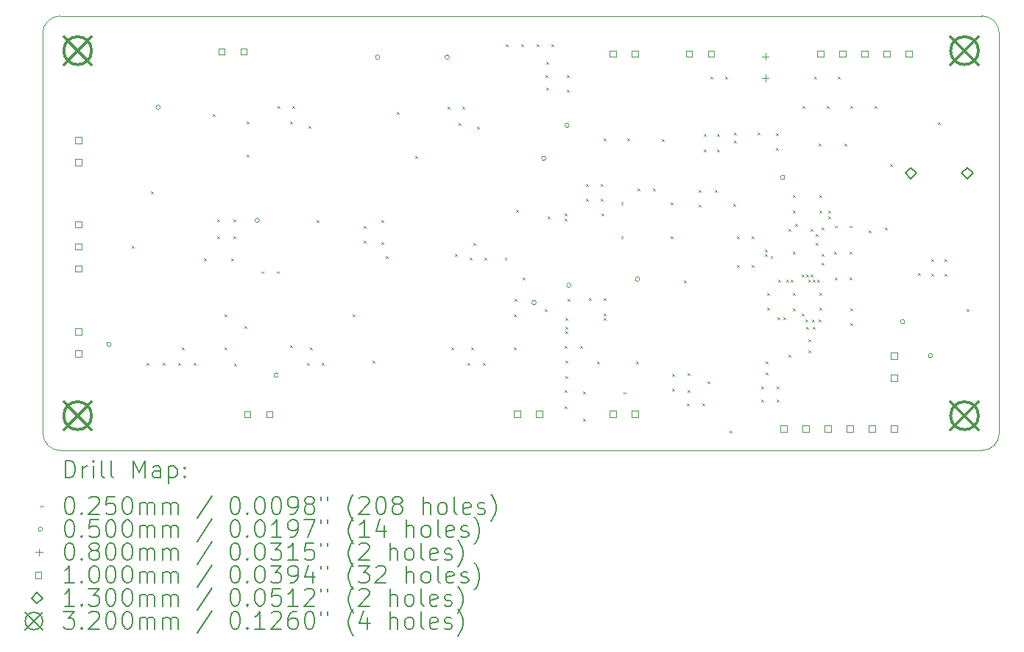
<source format=gbr>
%TF.GenerationSoftware,KiCad,Pcbnew,8.0.8*%
%TF.CreationDate,2025-01-31T08:37:13-06:00*%
%TF.ProjectId,delay_pedal,64656c61-795f-4706-9564-616c2e6b6963,rev?*%
%TF.SameCoordinates,Original*%
%TF.FileFunction,Drillmap*%
%TF.FilePolarity,Positive*%
%FSLAX45Y45*%
G04 Gerber Fmt 4.5, Leading zero omitted, Abs format (unit mm)*
G04 Created by KiCad (PCBNEW 8.0.8) date 2025-01-31 08:37:13*
%MOMM*%
%LPD*%
G01*
G04 APERTURE LIST*
%ADD10C,0.050000*%
%ADD11C,0.200000*%
%ADD12C,0.100000*%
%ADD13C,0.130000*%
%ADD14C,0.320000*%
G04 APERTURE END LIST*
D10*
X9691421Y-7491421D02*
X20291421Y-7491421D01*
X9491421Y-7691421D02*
G75*
G02*
X9691421Y-7491421I199999J1D01*
G01*
X20291421Y-7491421D02*
G75*
G02*
X20491419Y-7691421I-1J-199999D01*
G01*
X20491421Y-7691421D02*
X20491421Y-12291421D01*
X9491421Y-12291421D02*
X9491421Y-7691421D01*
X20291421Y-12491421D02*
X9691421Y-12491421D01*
X9691421Y-12491421D02*
G75*
G02*
X9491419Y-12291421I-1J200001D01*
G01*
X20491421Y-12291421D02*
G75*
G02*
X20291421Y-12491421I-200001J1D01*
G01*
D11*
D12*
X10512500Y-10137500D02*
X10537500Y-10162500D01*
X10537500Y-10137500D02*
X10512500Y-10162500D01*
X10680171Y-11482421D02*
X10705171Y-11507421D01*
X10705171Y-11482421D02*
X10680171Y-11507421D01*
X10737500Y-9512500D02*
X10762500Y-9537500D01*
X10762500Y-9512500D02*
X10737500Y-9537500D01*
X10870171Y-11481171D02*
X10895171Y-11506171D01*
X10895171Y-11481171D02*
X10870171Y-11506171D01*
X11051421Y-11480421D02*
X11076421Y-11505421D01*
X11076421Y-11480421D02*
X11051421Y-11505421D01*
X11087671Y-11305421D02*
X11112671Y-11330421D01*
X11112671Y-11305421D02*
X11087671Y-11330421D01*
X11223921Y-11480421D02*
X11248921Y-11505421D01*
X11248921Y-11480421D02*
X11223921Y-11505421D01*
X11345000Y-10277500D02*
X11370000Y-10302500D01*
X11370000Y-10277500D02*
X11345000Y-10302500D01*
X11448921Y-8622671D02*
X11473921Y-8647671D01*
X11473921Y-8622671D02*
X11448921Y-8647671D01*
X11496421Y-9828921D02*
X11521421Y-9853921D01*
X11521421Y-9828921D02*
X11496421Y-9853921D01*
X11496421Y-10028921D02*
X11521421Y-10053921D01*
X11521421Y-10028921D02*
X11496421Y-10053921D01*
X11582671Y-10924421D02*
X11607671Y-10949421D01*
X11607671Y-10924421D02*
X11582671Y-10949421D01*
X11582671Y-11305421D02*
X11607671Y-11330421D01*
X11607671Y-11305421D02*
X11582671Y-11330421D01*
X11657500Y-10277500D02*
X11682500Y-10302500D01*
X11682500Y-10277500D02*
X11657500Y-10302500D01*
X11678921Y-9828921D02*
X11703921Y-9853921D01*
X11703921Y-9828921D02*
X11678921Y-9853921D01*
X11678921Y-10028921D02*
X11703921Y-10053921D01*
X11703921Y-10028921D02*
X11678921Y-10053921D01*
X11687500Y-11487500D02*
X11712500Y-11512500D01*
X11712500Y-11487500D02*
X11687500Y-11512500D01*
X11812500Y-11062500D02*
X11837500Y-11087500D01*
X11837500Y-11062500D02*
X11812500Y-11087500D01*
X11838921Y-8703921D02*
X11863921Y-8728921D01*
X11863921Y-8703921D02*
X11838921Y-8728921D01*
X11838921Y-9084921D02*
X11863921Y-9109921D01*
X11863921Y-9084921D02*
X11838921Y-9109921D01*
X12003921Y-10428921D02*
X12028921Y-10453921D01*
X12028921Y-10428921D02*
X12003921Y-10453921D01*
X12178921Y-10428921D02*
X12203921Y-10453921D01*
X12203921Y-10428921D02*
X12178921Y-10453921D01*
X12188921Y-8528921D02*
X12213921Y-8553921D01*
X12213921Y-8528921D02*
X12188921Y-8553921D01*
X12332671Y-11280421D02*
X12357671Y-11305421D01*
X12357671Y-11280421D02*
X12332671Y-11305421D01*
X12333921Y-8703921D02*
X12358921Y-8728921D01*
X12358921Y-8703921D02*
X12333921Y-8728921D01*
X12361421Y-8528921D02*
X12386421Y-8553921D01*
X12386421Y-8528921D02*
X12361421Y-8553921D01*
X12526421Y-11480421D02*
X12551421Y-11505421D01*
X12551421Y-11480421D02*
X12526421Y-11505421D01*
X12548921Y-8757671D02*
X12573921Y-8782671D01*
X12573921Y-8757671D02*
X12548921Y-8782671D01*
X12562671Y-11305421D02*
X12587671Y-11330421D01*
X12587671Y-11305421D02*
X12562671Y-11330421D01*
X12637500Y-9837500D02*
X12662500Y-9862500D01*
X12662500Y-9837500D02*
X12637500Y-9862500D01*
X12698921Y-11480421D02*
X12723921Y-11505421D01*
X12723921Y-11480421D02*
X12698921Y-11505421D01*
X13057671Y-10924421D02*
X13082671Y-10949421D01*
X13082671Y-10924421D02*
X13057671Y-10949421D01*
X13178921Y-9906421D02*
X13203921Y-9931421D01*
X13203921Y-9906421D02*
X13178921Y-9931421D01*
X13178921Y-10078921D02*
X13203921Y-10103921D01*
X13203921Y-10078921D02*
X13178921Y-10103921D01*
X13282671Y-11455421D02*
X13307671Y-11480421D01*
X13307671Y-11455421D02*
X13282671Y-11480421D01*
X13383921Y-9840421D02*
X13408921Y-9865421D01*
X13408921Y-9840421D02*
X13383921Y-9865421D01*
X13383921Y-10094421D02*
X13408921Y-10119421D01*
X13408921Y-10094421D02*
X13383921Y-10119421D01*
X13431421Y-10253921D02*
X13456421Y-10278921D01*
X13456421Y-10253921D02*
X13431421Y-10278921D01*
X13563921Y-8594421D02*
X13588921Y-8619421D01*
X13588921Y-8594421D02*
X13563921Y-8619421D01*
X13776421Y-9104921D02*
X13801421Y-9129921D01*
X13801421Y-9104921D02*
X13776421Y-9129921D01*
X14143921Y-8537500D02*
X14168921Y-8562500D01*
X14168921Y-8537500D02*
X14143921Y-8562500D01*
X14185171Y-11305921D02*
X14210171Y-11330921D01*
X14210171Y-11305921D02*
X14185171Y-11330921D01*
X14228921Y-10233421D02*
X14253921Y-10258421D01*
X14253921Y-10233421D02*
X14228921Y-10258421D01*
X14271421Y-8723921D02*
X14296421Y-8748921D01*
X14296421Y-8723921D02*
X14271421Y-8748921D01*
X14316421Y-8537500D02*
X14341421Y-8562500D01*
X14341421Y-8537500D02*
X14316421Y-8562500D01*
X14378921Y-11480921D02*
X14403921Y-11505921D01*
X14403921Y-11480921D02*
X14378921Y-11505921D01*
X14397671Y-10275421D02*
X14422671Y-10300421D01*
X14422671Y-10275421D02*
X14397671Y-10300421D01*
X14415171Y-11305921D02*
X14440171Y-11330921D01*
X14440171Y-11305921D02*
X14415171Y-11330921D01*
X14438921Y-10100421D02*
X14463921Y-10125421D01*
X14463921Y-10100421D02*
X14438921Y-10125421D01*
X14483921Y-8764421D02*
X14508921Y-8789421D01*
X14508921Y-8764421D02*
X14483921Y-8789421D01*
X14551421Y-11480921D02*
X14576421Y-11505921D01*
X14576421Y-11480921D02*
X14551421Y-11505921D01*
X14570171Y-10275421D02*
X14595171Y-10300421D01*
X14595171Y-10275421D02*
X14570171Y-10300421D01*
X14802671Y-10270421D02*
X14827671Y-10295421D01*
X14827671Y-10270421D02*
X14802671Y-10295421D01*
X14818921Y-7818921D02*
X14843921Y-7843921D01*
X14843921Y-7818921D02*
X14818921Y-7843921D01*
X14910171Y-10924921D02*
X14935171Y-10949921D01*
X14935171Y-10924921D02*
X14910171Y-10949921D01*
X14910171Y-11305921D02*
X14935171Y-11330921D01*
X14935171Y-11305921D02*
X14910171Y-11330921D01*
X14917500Y-10747500D02*
X14942500Y-10772500D01*
X14942500Y-10747500D02*
X14917500Y-10772500D01*
X14933921Y-9719421D02*
X14958921Y-9744421D01*
X14958921Y-9719421D02*
X14933921Y-9744421D01*
X14991421Y-7818921D02*
X15016421Y-7843921D01*
X15016421Y-7818921D02*
X14991421Y-7843921D01*
X15007500Y-10497500D02*
X15032500Y-10522500D01*
X15032500Y-10497500D02*
X15007500Y-10522500D01*
X15168921Y-7818921D02*
X15193921Y-7843921D01*
X15193921Y-7818921D02*
X15168921Y-7843921D01*
X15262500Y-10862500D02*
X15287500Y-10887500D01*
X15287500Y-10862500D02*
X15262500Y-10887500D01*
X15275171Y-8168921D02*
X15300171Y-8193921D01*
X15300171Y-8168921D02*
X15275171Y-8193921D01*
X15283921Y-8018921D02*
X15308921Y-8043921D01*
X15308921Y-8018921D02*
X15283921Y-8043921D01*
X15283921Y-8318921D02*
X15308921Y-8343921D01*
X15308921Y-8318921D02*
X15283921Y-8343921D01*
X15297500Y-9795000D02*
X15322500Y-9820000D01*
X15322500Y-9795000D02*
X15297500Y-9820000D01*
X15341421Y-7818921D02*
X15366421Y-7843921D01*
X15366421Y-7818921D02*
X15341421Y-7843921D01*
X15490171Y-9760421D02*
X15515171Y-9785421D01*
X15515171Y-9760421D02*
X15490171Y-9785421D01*
X15490171Y-9825421D02*
X15515171Y-9850421D01*
X15515171Y-9825421D02*
X15490171Y-9850421D01*
X15495171Y-11290421D02*
X15520171Y-11315421D01*
X15520171Y-11290421D02*
X15495171Y-11315421D01*
X15496250Y-11800000D02*
X15521250Y-11825000D01*
X15521250Y-11800000D02*
X15496250Y-11825000D01*
X15496250Y-11982500D02*
X15521250Y-12007500D01*
X15521250Y-11982500D02*
X15496250Y-12007500D01*
X15497500Y-11455000D02*
X15522500Y-11480000D01*
X15522500Y-11455000D02*
X15497500Y-11480000D01*
X15497500Y-11637500D02*
X15522500Y-11662500D01*
X15522500Y-11637500D02*
X15497500Y-11662500D01*
X15502671Y-10965421D02*
X15527671Y-10990421D01*
X15527671Y-10965421D02*
X15502671Y-10990421D01*
X15502671Y-11065421D02*
X15527671Y-11090421D01*
X15527671Y-11065421D02*
X15502671Y-11090421D01*
X15502671Y-11115421D02*
X15527671Y-11140421D01*
X15527671Y-11115421D02*
X15502671Y-11140421D01*
X15518921Y-8168921D02*
X15543921Y-8193921D01*
X15543921Y-8168921D02*
X15518921Y-8193921D01*
X15518921Y-8341421D02*
X15543921Y-8366421D01*
X15543921Y-8341421D02*
X15518921Y-8366421D01*
X15527500Y-10747500D02*
X15552500Y-10772500D01*
X15552500Y-10747500D02*
X15527500Y-10772500D01*
X15667671Y-11290421D02*
X15692671Y-11315421D01*
X15692671Y-11290421D02*
X15667671Y-11315421D01*
X15707500Y-11811250D02*
X15732500Y-11836250D01*
X15732500Y-11811250D02*
X15707500Y-11836250D01*
X15707500Y-12123750D02*
X15732500Y-12148750D01*
X15732500Y-12123750D02*
X15707500Y-12148750D01*
X15735000Y-9422500D02*
X15760000Y-9447500D01*
X15760000Y-9422500D02*
X15735000Y-9447500D01*
X15735000Y-9597500D02*
X15760000Y-9622500D01*
X15760000Y-9597500D02*
X15735000Y-9622500D01*
X15770171Y-10740421D02*
X15795171Y-10765421D01*
X15795171Y-10740421D02*
X15770171Y-10765421D01*
X15862500Y-11462500D02*
X15887500Y-11487500D01*
X15887500Y-11462500D02*
X15862500Y-11487500D01*
X15907500Y-9422500D02*
X15932500Y-9447500D01*
X15932500Y-9422500D02*
X15907500Y-9447500D01*
X15907500Y-9597500D02*
X15932500Y-9622500D01*
X15932500Y-9597500D02*
X15907500Y-9622500D01*
X15912671Y-9760421D02*
X15937671Y-9785421D01*
X15937671Y-9760421D02*
X15912671Y-9785421D01*
X15937500Y-8903750D02*
X15962500Y-8928750D01*
X15962500Y-8903750D02*
X15937500Y-8928750D01*
X15942671Y-10740421D02*
X15967671Y-10765421D01*
X15967671Y-10740421D02*
X15942671Y-10765421D01*
X15942671Y-10915421D02*
X15967671Y-10940421D01*
X15967671Y-10915421D02*
X15942671Y-10940421D01*
X15942671Y-10965421D02*
X15967671Y-10990421D01*
X15967671Y-10965421D02*
X15942671Y-10990421D01*
X16140171Y-9637921D02*
X16165171Y-9662921D01*
X16165171Y-9637921D02*
X16140171Y-9662921D01*
X16140171Y-10027921D02*
X16165171Y-10052921D01*
X16165171Y-10027921D02*
X16140171Y-10052921D01*
X16167500Y-11817500D02*
X16192500Y-11842500D01*
X16192500Y-11817500D02*
X16167500Y-11842500D01*
X16212500Y-8903750D02*
X16237500Y-8928750D01*
X16237500Y-8903750D02*
X16212500Y-8928750D01*
X16312500Y-11462500D02*
X16337500Y-11487500D01*
X16337500Y-11462500D02*
X16312500Y-11487500D01*
X16330000Y-9478921D02*
X16355000Y-9503921D01*
X16355000Y-9478921D02*
X16330000Y-9503921D01*
X16512500Y-9478921D02*
X16537500Y-9503921D01*
X16537500Y-9478921D02*
X16512500Y-9503921D01*
X16612500Y-8912500D02*
X16637500Y-8937500D01*
X16637500Y-8912500D02*
X16612500Y-8937500D01*
X16712671Y-9637921D02*
X16737671Y-9662921D01*
X16737671Y-9637921D02*
X16712671Y-9662921D01*
X16712671Y-10027921D02*
X16737671Y-10052921D01*
X16737671Y-10027921D02*
X16712671Y-10052921D01*
X16728921Y-11606421D02*
X16753921Y-11631421D01*
X16753921Y-11606421D02*
X16728921Y-11631421D01*
X16728921Y-11778921D02*
X16753921Y-11803921D01*
X16753921Y-11778921D02*
X16728921Y-11803921D01*
X16862500Y-10537500D02*
X16887500Y-10562500D01*
X16887500Y-10537500D02*
X16862500Y-10562500D01*
X16901250Y-11947500D02*
X16926250Y-11972500D01*
X16926250Y-11947500D02*
X16901250Y-11972500D01*
X16903750Y-11602500D02*
X16928750Y-11627500D01*
X16928750Y-11602500D02*
X16903750Y-11627500D01*
X16903750Y-11792500D02*
X16928750Y-11817500D01*
X16928750Y-11792500D02*
X16903750Y-11817500D01*
X17037500Y-9491250D02*
X17062500Y-9516250D01*
X17062500Y-9491250D02*
X17037500Y-9516250D01*
X17037500Y-9663750D02*
X17062500Y-9688750D01*
X17062500Y-9663750D02*
X17037500Y-9688750D01*
X17073750Y-11947500D02*
X17098750Y-11972500D01*
X17098750Y-11947500D02*
X17073750Y-11972500D01*
X17093921Y-8851421D02*
X17118921Y-8876421D01*
X17118921Y-8851421D02*
X17093921Y-8876421D01*
X17093921Y-9023921D02*
X17118921Y-9048921D01*
X17118921Y-9023921D02*
X17093921Y-9048921D01*
X17131250Y-11697500D02*
X17156250Y-11722500D01*
X17156250Y-11697500D02*
X17131250Y-11722500D01*
X17165000Y-8187500D02*
X17190000Y-8212500D01*
X17190000Y-8187500D02*
X17165000Y-8212500D01*
X17217500Y-9492500D02*
X17242500Y-9517500D01*
X17242500Y-9492500D02*
X17217500Y-9517500D01*
X17243921Y-8851421D02*
X17268921Y-8876421D01*
X17268921Y-8851421D02*
X17243921Y-8876421D01*
X17243921Y-9023921D02*
X17268921Y-9048921D01*
X17268921Y-9023921D02*
X17243921Y-9048921D01*
X17337500Y-8187500D02*
X17362500Y-8212500D01*
X17362500Y-8187500D02*
X17337500Y-8212500D01*
X17387500Y-12262500D02*
X17412500Y-12287500D01*
X17412500Y-12262500D02*
X17387500Y-12287500D01*
X17427500Y-9657500D02*
X17452500Y-9682500D01*
X17452500Y-9657500D02*
X17427500Y-9682500D01*
X17443921Y-8833921D02*
X17468921Y-8858921D01*
X17468921Y-8833921D02*
X17443921Y-8858921D01*
X17443921Y-8928921D02*
X17468921Y-8953921D01*
X17468921Y-8928921D02*
X17443921Y-8953921D01*
X17471421Y-10028921D02*
X17496421Y-10053921D01*
X17496421Y-10028921D02*
X17471421Y-10053921D01*
X17471421Y-10353921D02*
X17496421Y-10378921D01*
X17496421Y-10353921D02*
X17471421Y-10378921D01*
X17643921Y-10028921D02*
X17668921Y-10053921D01*
X17668921Y-10028921D02*
X17643921Y-10053921D01*
X17643921Y-10353921D02*
X17668921Y-10378921D01*
X17668921Y-10353921D02*
X17643921Y-10378921D01*
X17713921Y-8833921D02*
X17738921Y-8858921D01*
X17738921Y-8833921D02*
X17713921Y-8858921D01*
X17755000Y-11754000D02*
X17780000Y-11779000D01*
X17780000Y-11754000D02*
X17755000Y-11779000D01*
X17755000Y-11904000D02*
X17780000Y-11929000D01*
X17780000Y-11904000D02*
X17755000Y-11929000D01*
X17793921Y-10178921D02*
X17818921Y-10203921D01*
X17818921Y-10178921D02*
X17793921Y-10203921D01*
X17793921Y-10228921D02*
X17818921Y-10253921D01*
X17818921Y-10228921D02*
X17793921Y-10253921D01*
X17802500Y-11467500D02*
X17827500Y-11492500D01*
X17827500Y-11467500D02*
X17802500Y-11492500D01*
X17802500Y-11594500D02*
X17827500Y-11619500D01*
X17827500Y-11594500D02*
X17802500Y-11619500D01*
X17818921Y-10678921D02*
X17843921Y-10703921D01*
X17843921Y-10678921D02*
X17818921Y-10703921D01*
X17818921Y-10851421D02*
X17843921Y-10876421D01*
X17843921Y-10851421D02*
X17818921Y-10876421D01*
X17858921Y-10253921D02*
X17883921Y-10278921D01*
X17883921Y-10253921D02*
X17858921Y-10278921D01*
X17918921Y-8837671D02*
X17943921Y-8862671D01*
X17943921Y-8837671D02*
X17918921Y-8862671D01*
X17918921Y-9010171D02*
X17943921Y-9035171D01*
X17943921Y-9010171D02*
X17918921Y-9035171D01*
X17927500Y-11754000D02*
X17952500Y-11779000D01*
X17952500Y-11754000D02*
X17927500Y-11779000D01*
X17927500Y-11904000D02*
X17952500Y-11929000D01*
X17952500Y-11904000D02*
X17927500Y-11929000D01*
X17937500Y-10957500D02*
X17962500Y-10982500D01*
X17962500Y-10957500D02*
X17937500Y-10982500D01*
X17943921Y-10528921D02*
X17968921Y-10553921D01*
X17968921Y-10528921D02*
X17943921Y-10553921D01*
X18007500Y-10957500D02*
X18032500Y-10982500D01*
X18032500Y-10957500D02*
X18007500Y-10982500D01*
X18043921Y-10528921D02*
X18068921Y-10553921D01*
X18068921Y-10528921D02*
X18043921Y-10553921D01*
X18062500Y-11387500D02*
X18087500Y-11412500D01*
X18087500Y-11387500D02*
X18062500Y-11412500D01*
X18068921Y-9943921D02*
X18093921Y-9968921D01*
X18093921Y-9943921D02*
X18068921Y-9968921D01*
X18093921Y-10528921D02*
X18118921Y-10553921D01*
X18118921Y-10528921D02*
X18093921Y-10553921D01*
X18118921Y-9556421D02*
X18143921Y-9581421D01*
X18143921Y-9556421D02*
X18118921Y-9581421D01*
X18118921Y-9728921D02*
X18143921Y-9753921D01*
X18143921Y-9728921D02*
X18118921Y-9753921D01*
X18118921Y-10203921D02*
X18143921Y-10228921D01*
X18143921Y-10203921D02*
X18118921Y-10228921D01*
X18118921Y-10681421D02*
X18143921Y-10706421D01*
X18143921Y-10681421D02*
X18118921Y-10706421D01*
X18118921Y-10853921D02*
X18143921Y-10878921D01*
X18143921Y-10853921D02*
X18118921Y-10878921D01*
X18143921Y-9878921D02*
X18168921Y-9903921D01*
X18168921Y-9878921D02*
X18143921Y-9903921D01*
X18218921Y-10463921D02*
X18243921Y-10488921D01*
X18243921Y-10463921D02*
X18218921Y-10488921D01*
X18218921Y-10912500D02*
X18243921Y-10937500D01*
X18243921Y-10912500D02*
X18218921Y-10937500D01*
X18228921Y-8528921D02*
X18253921Y-8553921D01*
X18253921Y-8528921D02*
X18228921Y-8553921D01*
X18262500Y-10987500D02*
X18287500Y-11012500D01*
X18287500Y-10987500D02*
X18262500Y-11012500D01*
X18267500Y-11067500D02*
X18292500Y-11092500D01*
X18292500Y-11067500D02*
X18267500Y-11092500D01*
X18268921Y-10463921D02*
X18293921Y-10488921D01*
X18293921Y-10463921D02*
X18268921Y-10488921D01*
X18293921Y-10528921D02*
X18318921Y-10553921D01*
X18318921Y-10528921D02*
X18293921Y-10553921D01*
X18297500Y-11213500D02*
X18322500Y-11238500D01*
X18322500Y-11213500D02*
X18297500Y-11238500D01*
X18297500Y-11340500D02*
X18322500Y-11365500D01*
X18322500Y-11340500D02*
X18297500Y-11365500D01*
X18318921Y-9943921D02*
X18343921Y-9968921D01*
X18343921Y-9943921D02*
X18318921Y-9968921D01*
X18318921Y-10463921D02*
X18343921Y-10488921D01*
X18343921Y-10463921D02*
X18318921Y-10488921D01*
X18337500Y-10987500D02*
X18362500Y-11012500D01*
X18362500Y-10987500D02*
X18337500Y-11012500D01*
X18343921Y-10528921D02*
X18368921Y-10553921D01*
X18368921Y-10528921D02*
X18343921Y-10553921D01*
X18347500Y-11067500D02*
X18372500Y-11092500D01*
X18372500Y-11067500D02*
X18347500Y-11092500D01*
X18362500Y-8187500D02*
X18387500Y-8212500D01*
X18387500Y-8187500D02*
X18362500Y-8212500D01*
X18378921Y-10003921D02*
X18403921Y-10028921D01*
X18403921Y-10003921D02*
X18378921Y-10028921D01*
X18378921Y-10103921D02*
X18403921Y-10128921D01*
X18403921Y-10103921D02*
X18378921Y-10128921D01*
X18393921Y-10528921D02*
X18418921Y-10553921D01*
X18418921Y-10528921D02*
X18393921Y-10553921D01*
X18412500Y-8962500D02*
X18437500Y-8987500D01*
X18437500Y-8962500D02*
X18412500Y-8987500D01*
X18412500Y-10987500D02*
X18437500Y-11012500D01*
X18437500Y-10987500D02*
X18412500Y-11012500D01*
X18418921Y-9556421D02*
X18443921Y-9581421D01*
X18443921Y-9556421D02*
X18418921Y-9581421D01*
X18418921Y-9728921D02*
X18443921Y-9753921D01*
X18443921Y-9728921D02*
X18418921Y-9753921D01*
X18418921Y-10678921D02*
X18443921Y-10703921D01*
X18443921Y-10678921D02*
X18418921Y-10703921D01*
X18418921Y-10851421D02*
X18443921Y-10876421D01*
X18443921Y-10851421D02*
X18418921Y-10876421D01*
X18443921Y-9928921D02*
X18468921Y-9953921D01*
X18468921Y-9928921D02*
X18443921Y-9953921D01*
X18443921Y-10228921D02*
X18468921Y-10253921D01*
X18468921Y-10228921D02*
X18443921Y-10253921D01*
X18443921Y-10328921D02*
X18468921Y-10353921D01*
X18468921Y-10328921D02*
X18443921Y-10353921D01*
X18503921Y-8528921D02*
X18528921Y-8553921D01*
X18528921Y-8528921D02*
X18503921Y-8553921D01*
X18527500Y-9727500D02*
X18552500Y-9752500D01*
X18552500Y-9727500D02*
X18527500Y-9752500D01*
X18527500Y-9797500D02*
X18552500Y-9822500D01*
X18552500Y-9797500D02*
X18527500Y-9822500D01*
X18593921Y-10203921D02*
X18618921Y-10228921D01*
X18618921Y-10203921D02*
X18593921Y-10228921D01*
X18596421Y-9903921D02*
X18621421Y-9928921D01*
X18621421Y-9903921D02*
X18596421Y-9928921D01*
X18596421Y-10503921D02*
X18621421Y-10528921D01*
X18621421Y-10503921D02*
X18596421Y-10528921D01*
X18637500Y-8187500D02*
X18662500Y-8212500D01*
X18662500Y-8187500D02*
X18637500Y-8212500D01*
X18712500Y-8962500D02*
X18737500Y-8987500D01*
X18737500Y-8962500D02*
X18712500Y-8987500D01*
X18766421Y-10203921D02*
X18791421Y-10228921D01*
X18791421Y-10203921D02*
X18766421Y-10228921D01*
X18768921Y-9903921D02*
X18793921Y-9928921D01*
X18793921Y-9903921D02*
X18768921Y-9928921D01*
X18768921Y-10503921D02*
X18793921Y-10528921D01*
X18793921Y-10503921D02*
X18768921Y-10528921D01*
X18778921Y-8528921D02*
X18803921Y-8553921D01*
X18803921Y-8528921D02*
X18778921Y-8553921D01*
X18778921Y-10853921D02*
X18803921Y-10878921D01*
X18803921Y-10853921D02*
X18778921Y-10878921D01*
X18778921Y-11028921D02*
X18803921Y-11053921D01*
X18803921Y-11028921D02*
X18778921Y-11053921D01*
X18987500Y-9962500D02*
X19012500Y-9987500D01*
X19012500Y-9962500D02*
X18987500Y-9987500D01*
X19053921Y-8528921D02*
X19078921Y-8553921D01*
X19078921Y-8528921D02*
X19053921Y-8553921D01*
X19172000Y-9925000D02*
X19197000Y-9950000D01*
X19197000Y-9925000D02*
X19172000Y-9950000D01*
X19237500Y-9196250D02*
X19262500Y-9221250D01*
X19262500Y-9196250D02*
X19237500Y-9221250D01*
X19553000Y-10450000D02*
X19578000Y-10475000D01*
X19578000Y-10450000D02*
X19553000Y-10475000D01*
X19712500Y-10287500D02*
X19737500Y-10312500D01*
X19737500Y-10287500D02*
X19712500Y-10312500D01*
X19712500Y-10460000D02*
X19737500Y-10485000D01*
X19737500Y-10460000D02*
X19712500Y-10485000D01*
X19787500Y-8712500D02*
X19812500Y-8737500D01*
X19812500Y-8712500D02*
X19787500Y-8737500D01*
X19862500Y-10287500D02*
X19887500Y-10312500D01*
X19887500Y-10287500D02*
X19862500Y-10312500D01*
X19862500Y-10460000D02*
X19887500Y-10485000D01*
X19887500Y-10460000D02*
X19862500Y-10485000D01*
X20112500Y-10862500D02*
X20137500Y-10887500D01*
X20137500Y-10862500D02*
X20112500Y-10887500D01*
X10275000Y-11270000D02*
G75*
G02*
X10225000Y-11270000I-25000J0D01*
G01*
X10225000Y-11270000D02*
G75*
G02*
X10275000Y-11270000I25000J0D01*
G01*
X10841421Y-8541421D02*
G75*
G02*
X10791421Y-8541421I-25000J0D01*
G01*
X10791421Y-8541421D02*
G75*
G02*
X10841421Y-8541421I25000J0D01*
G01*
X11981421Y-9843921D02*
G75*
G02*
X11931421Y-9843921I-25000J0D01*
G01*
X11931421Y-9843921D02*
G75*
G02*
X11981421Y-9843921I25000J0D01*
G01*
X12200000Y-11625000D02*
G75*
G02*
X12150000Y-11625000I-25000J0D01*
G01*
X12150000Y-11625000D02*
G75*
G02*
X12200000Y-11625000I25000J0D01*
G01*
X13366421Y-7966421D02*
G75*
G02*
X13316421Y-7966421I-25000J0D01*
G01*
X13316421Y-7966421D02*
G75*
G02*
X13366421Y-7966421I25000J0D01*
G01*
X14166421Y-7966421D02*
G75*
G02*
X14116421Y-7966421I-25000J0D01*
G01*
X14116421Y-7966421D02*
G75*
G02*
X14166421Y-7966421I25000J0D01*
G01*
X15165000Y-10790000D02*
G75*
G02*
X15115000Y-10790000I-25000J0D01*
G01*
X15115000Y-10790000D02*
G75*
G02*
X15165000Y-10790000I25000J0D01*
G01*
X15275000Y-9130000D02*
G75*
G02*
X15225000Y-9130000I-25000J0D01*
G01*
X15225000Y-9130000D02*
G75*
G02*
X15275000Y-9130000I25000J0D01*
G01*
X15545000Y-8750000D02*
G75*
G02*
X15495000Y-8750000I-25000J0D01*
G01*
X15495000Y-8750000D02*
G75*
G02*
X15545000Y-8750000I25000J0D01*
G01*
X15565000Y-10590000D02*
G75*
G02*
X15515000Y-10590000I-25000J0D01*
G01*
X15515000Y-10590000D02*
G75*
G02*
X15565000Y-10590000I25000J0D01*
G01*
X16355000Y-10520000D02*
G75*
G02*
X16305000Y-10520000I-25000J0D01*
G01*
X16305000Y-10520000D02*
G75*
G02*
X16355000Y-10520000I25000J0D01*
G01*
X18025000Y-9350000D02*
G75*
G02*
X17975000Y-9350000I-25000J0D01*
G01*
X17975000Y-9350000D02*
G75*
G02*
X18025000Y-9350000I25000J0D01*
G01*
X19405000Y-11010000D02*
G75*
G02*
X19355000Y-11010000I-25000J0D01*
G01*
X19355000Y-11010000D02*
G75*
G02*
X19405000Y-11010000I25000J0D01*
G01*
X19725000Y-11400000D02*
G75*
G02*
X19675000Y-11400000I-25000J0D01*
G01*
X19675000Y-11400000D02*
G75*
G02*
X19725000Y-11400000I25000J0D01*
G01*
X17800000Y-7916762D02*
X17800000Y-7996762D01*
X17760000Y-7956762D02*
X17840000Y-7956762D01*
X17800000Y-8166762D02*
X17800000Y-8246762D01*
X17760000Y-8206762D02*
X17840000Y-8206762D01*
X9935356Y-8956356D02*
X9935356Y-8885644D01*
X9864644Y-8885644D01*
X9864644Y-8956356D01*
X9935356Y-8956356D01*
X9935356Y-9210356D02*
X9935356Y-9139644D01*
X9864644Y-9139644D01*
X9864644Y-9210356D01*
X9935356Y-9210356D01*
X9935356Y-9927356D02*
X9935356Y-9856644D01*
X9864644Y-9856644D01*
X9864644Y-9927356D01*
X9935356Y-9927356D01*
X9935356Y-10181356D02*
X9935356Y-10110644D01*
X9864644Y-10110644D01*
X9864644Y-10181356D01*
X9935356Y-10181356D01*
X9935356Y-10435356D02*
X9935356Y-10364644D01*
X9864644Y-10364644D01*
X9864644Y-10435356D01*
X9935356Y-10435356D01*
X9935356Y-11158356D02*
X9935356Y-11087644D01*
X9864644Y-11087644D01*
X9864644Y-11158356D01*
X9935356Y-11158356D01*
X9935356Y-11412356D02*
X9935356Y-11341644D01*
X9864644Y-11341644D01*
X9864644Y-11412356D01*
X9935356Y-11412356D01*
X11581356Y-7935356D02*
X11581356Y-7864644D01*
X11510644Y-7864644D01*
X11510644Y-7935356D01*
X11581356Y-7935356D01*
X11835356Y-7935356D02*
X11835356Y-7864644D01*
X11764644Y-7864644D01*
X11764644Y-7935356D01*
X11835356Y-7935356D01*
X11881356Y-12110356D02*
X11881356Y-12039644D01*
X11810644Y-12039644D01*
X11810644Y-12110356D01*
X11881356Y-12110356D01*
X12135356Y-12110356D02*
X12135356Y-12039644D01*
X12064644Y-12039644D01*
X12064644Y-12110356D01*
X12135356Y-12110356D01*
X14981356Y-12106356D02*
X14981356Y-12035644D01*
X14910644Y-12035644D01*
X14910644Y-12106356D01*
X14981356Y-12106356D01*
X15235356Y-12106356D02*
X15235356Y-12035644D01*
X15164644Y-12035644D01*
X15164644Y-12106356D01*
X15235356Y-12106356D01*
X16081356Y-7960356D02*
X16081356Y-7889644D01*
X16010644Y-7889644D01*
X16010644Y-7960356D01*
X16081356Y-7960356D01*
X16081356Y-12105356D02*
X16081356Y-12034644D01*
X16010644Y-12034644D01*
X16010644Y-12105356D01*
X16081356Y-12105356D01*
X16335356Y-7960356D02*
X16335356Y-7889644D01*
X16264644Y-7889644D01*
X16264644Y-7960356D01*
X16335356Y-7960356D01*
X16335356Y-12105356D02*
X16335356Y-12034644D01*
X16264644Y-12034644D01*
X16264644Y-12105356D01*
X16335356Y-12105356D01*
X16956356Y-7960356D02*
X16956356Y-7889644D01*
X16885644Y-7889644D01*
X16885644Y-7960356D01*
X16956356Y-7960356D01*
X17210356Y-7960356D02*
X17210356Y-7889644D01*
X17139644Y-7889644D01*
X17139644Y-7960356D01*
X17210356Y-7960356D01*
X18045356Y-12275356D02*
X18045356Y-12204644D01*
X17974644Y-12204644D01*
X17974644Y-12275356D01*
X18045356Y-12275356D01*
X18299356Y-12275356D02*
X18299356Y-12204644D01*
X18228644Y-12204644D01*
X18228644Y-12275356D01*
X18299356Y-12275356D01*
X18469356Y-7960356D02*
X18469356Y-7889644D01*
X18398644Y-7889644D01*
X18398644Y-7960356D01*
X18469356Y-7960356D01*
X18553356Y-12275356D02*
X18553356Y-12204644D01*
X18482644Y-12204644D01*
X18482644Y-12275356D01*
X18553356Y-12275356D01*
X18723356Y-7960356D02*
X18723356Y-7889644D01*
X18652644Y-7889644D01*
X18652644Y-7960356D01*
X18723356Y-7960356D01*
X18807356Y-12275356D02*
X18807356Y-12204644D01*
X18736644Y-12204644D01*
X18736644Y-12275356D01*
X18807356Y-12275356D01*
X18977356Y-7960356D02*
X18977356Y-7889644D01*
X18906644Y-7889644D01*
X18906644Y-7960356D01*
X18977356Y-7960356D01*
X19061356Y-12275356D02*
X19061356Y-12204644D01*
X18990644Y-12204644D01*
X18990644Y-12275356D01*
X19061356Y-12275356D01*
X19231356Y-7960356D02*
X19231356Y-7889644D01*
X19160644Y-7889644D01*
X19160644Y-7960356D01*
X19231356Y-7960356D01*
X19315356Y-11438856D02*
X19315356Y-11368144D01*
X19244644Y-11368144D01*
X19244644Y-11438856D01*
X19315356Y-11438856D01*
X19315356Y-11692856D02*
X19315356Y-11622144D01*
X19244644Y-11622144D01*
X19244644Y-11692856D01*
X19315356Y-11692856D01*
X19315356Y-12275356D02*
X19315356Y-12204644D01*
X19244644Y-12204644D01*
X19244644Y-12275356D01*
X19315356Y-12275356D01*
X19485356Y-7960356D02*
X19485356Y-7889644D01*
X19414644Y-7889644D01*
X19414644Y-7960356D01*
X19485356Y-7960356D01*
D13*
X19475000Y-9365000D02*
X19540000Y-9300000D01*
X19475000Y-9235000D01*
X19410000Y-9300000D01*
X19475000Y-9365000D01*
X20125000Y-9365000D02*
X20190000Y-9300000D01*
X20125000Y-9235000D01*
X20060000Y-9300000D01*
X20125000Y-9365000D01*
D14*
X9731421Y-7731421D02*
X10051421Y-8051421D01*
X10051421Y-7731421D02*
X9731421Y-8051421D01*
X10051421Y-7891421D02*
G75*
G02*
X9731421Y-7891421I-160000J0D01*
G01*
X9731421Y-7891421D02*
G75*
G02*
X10051421Y-7891421I160000J0D01*
G01*
X9731421Y-11931421D02*
X10051421Y-12251421D01*
X10051421Y-11931421D02*
X9731421Y-12251421D01*
X10051421Y-12091421D02*
G75*
G02*
X9731421Y-12091421I-160000J0D01*
G01*
X9731421Y-12091421D02*
G75*
G02*
X10051421Y-12091421I160000J0D01*
G01*
X19931421Y-7731421D02*
X20251421Y-8051421D01*
X20251421Y-7731421D02*
X19931421Y-8051421D01*
X20251421Y-7891421D02*
G75*
G02*
X19931421Y-7891421I-160000J0D01*
G01*
X19931421Y-7891421D02*
G75*
G02*
X20251421Y-7891421I160000J0D01*
G01*
X19931421Y-11931421D02*
X20251421Y-12251421D01*
X20251421Y-11931421D02*
X19931421Y-12251421D01*
X20251421Y-12091421D02*
G75*
G02*
X19931421Y-12091421I-160000J0D01*
G01*
X19931421Y-12091421D02*
G75*
G02*
X20251421Y-12091421I160000J0D01*
G01*
D11*
X9749698Y-12805405D02*
X9749698Y-12605405D01*
X9749698Y-12605405D02*
X9797317Y-12605405D01*
X9797317Y-12605405D02*
X9825889Y-12614929D01*
X9825889Y-12614929D02*
X9844936Y-12633977D01*
X9844936Y-12633977D02*
X9854460Y-12653024D01*
X9854460Y-12653024D02*
X9863984Y-12691119D01*
X9863984Y-12691119D02*
X9863984Y-12719691D01*
X9863984Y-12719691D02*
X9854460Y-12757786D01*
X9854460Y-12757786D02*
X9844936Y-12776834D01*
X9844936Y-12776834D02*
X9825889Y-12795881D01*
X9825889Y-12795881D02*
X9797317Y-12805405D01*
X9797317Y-12805405D02*
X9749698Y-12805405D01*
X9949698Y-12805405D02*
X9949698Y-12672072D01*
X9949698Y-12710167D02*
X9959222Y-12691119D01*
X9959222Y-12691119D02*
X9968746Y-12681596D01*
X9968746Y-12681596D02*
X9987793Y-12672072D01*
X9987793Y-12672072D02*
X10006841Y-12672072D01*
X10073508Y-12805405D02*
X10073508Y-12672072D01*
X10073508Y-12605405D02*
X10063984Y-12614929D01*
X10063984Y-12614929D02*
X10073508Y-12624453D01*
X10073508Y-12624453D02*
X10083032Y-12614929D01*
X10083032Y-12614929D02*
X10073508Y-12605405D01*
X10073508Y-12605405D02*
X10073508Y-12624453D01*
X10197317Y-12805405D02*
X10178270Y-12795881D01*
X10178270Y-12795881D02*
X10168746Y-12776834D01*
X10168746Y-12776834D02*
X10168746Y-12605405D01*
X10302079Y-12805405D02*
X10283032Y-12795881D01*
X10283032Y-12795881D02*
X10273508Y-12776834D01*
X10273508Y-12776834D02*
X10273508Y-12605405D01*
X10530651Y-12805405D02*
X10530651Y-12605405D01*
X10530651Y-12605405D02*
X10597317Y-12748262D01*
X10597317Y-12748262D02*
X10663984Y-12605405D01*
X10663984Y-12605405D02*
X10663984Y-12805405D01*
X10844936Y-12805405D02*
X10844936Y-12700643D01*
X10844936Y-12700643D02*
X10835413Y-12681596D01*
X10835413Y-12681596D02*
X10816365Y-12672072D01*
X10816365Y-12672072D02*
X10778270Y-12672072D01*
X10778270Y-12672072D02*
X10759222Y-12681596D01*
X10844936Y-12795881D02*
X10825889Y-12805405D01*
X10825889Y-12805405D02*
X10778270Y-12805405D01*
X10778270Y-12805405D02*
X10759222Y-12795881D01*
X10759222Y-12795881D02*
X10749698Y-12776834D01*
X10749698Y-12776834D02*
X10749698Y-12757786D01*
X10749698Y-12757786D02*
X10759222Y-12738738D01*
X10759222Y-12738738D02*
X10778270Y-12729215D01*
X10778270Y-12729215D02*
X10825889Y-12729215D01*
X10825889Y-12729215D02*
X10844936Y-12719691D01*
X10940174Y-12672072D02*
X10940174Y-12872072D01*
X10940174Y-12681596D02*
X10959222Y-12672072D01*
X10959222Y-12672072D02*
X10997317Y-12672072D01*
X10997317Y-12672072D02*
X11016365Y-12681596D01*
X11016365Y-12681596D02*
X11025889Y-12691119D01*
X11025889Y-12691119D02*
X11035413Y-12710167D01*
X11035413Y-12710167D02*
X11035413Y-12767310D01*
X11035413Y-12767310D02*
X11025889Y-12786357D01*
X11025889Y-12786357D02*
X11016365Y-12795881D01*
X11016365Y-12795881D02*
X10997317Y-12805405D01*
X10997317Y-12805405D02*
X10959222Y-12805405D01*
X10959222Y-12805405D02*
X10940174Y-12795881D01*
X11121127Y-12786357D02*
X11130651Y-12795881D01*
X11130651Y-12795881D02*
X11121127Y-12805405D01*
X11121127Y-12805405D02*
X11111603Y-12795881D01*
X11111603Y-12795881D02*
X11121127Y-12786357D01*
X11121127Y-12786357D02*
X11121127Y-12805405D01*
X11121127Y-12681596D02*
X11130651Y-12691119D01*
X11130651Y-12691119D02*
X11121127Y-12700643D01*
X11121127Y-12700643D02*
X11111603Y-12691119D01*
X11111603Y-12691119D02*
X11121127Y-12681596D01*
X11121127Y-12681596D02*
X11121127Y-12700643D01*
D12*
X9463921Y-13121421D02*
X9488921Y-13146421D01*
X9488921Y-13121421D02*
X9463921Y-13146421D01*
D11*
X9787793Y-13025405D02*
X9806841Y-13025405D01*
X9806841Y-13025405D02*
X9825889Y-13034929D01*
X9825889Y-13034929D02*
X9835413Y-13044453D01*
X9835413Y-13044453D02*
X9844936Y-13063500D01*
X9844936Y-13063500D02*
X9854460Y-13101596D01*
X9854460Y-13101596D02*
X9854460Y-13149215D01*
X9854460Y-13149215D02*
X9844936Y-13187310D01*
X9844936Y-13187310D02*
X9835413Y-13206357D01*
X9835413Y-13206357D02*
X9825889Y-13215881D01*
X9825889Y-13215881D02*
X9806841Y-13225405D01*
X9806841Y-13225405D02*
X9787793Y-13225405D01*
X9787793Y-13225405D02*
X9768746Y-13215881D01*
X9768746Y-13215881D02*
X9759222Y-13206357D01*
X9759222Y-13206357D02*
X9749698Y-13187310D01*
X9749698Y-13187310D02*
X9740174Y-13149215D01*
X9740174Y-13149215D02*
X9740174Y-13101596D01*
X9740174Y-13101596D02*
X9749698Y-13063500D01*
X9749698Y-13063500D02*
X9759222Y-13044453D01*
X9759222Y-13044453D02*
X9768746Y-13034929D01*
X9768746Y-13034929D02*
X9787793Y-13025405D01*
X9940174Y-13206357D02*
X9949698Y-13215881D01*
X9949698Y-13215881D02*
X9940174Y-13225405D01*
X9940174Y-13225405D02*
X9930651Y-13215881D01*
X9930651Y-13215881D02*
X9940174Y-13206357D01*
X9940174Y-13206357D02*
X9940174Y-13225405D01*
X10025889Y-13044453D02*
X10035413Y-13034929D01*
X10035413Y-13034929D02*
X10054460Y-13025405D01*
X10054460Y-13025405D02*
X10102079Y-13025405D01*
X10102079Y-13025405D02*
X10121127Y-13034929D01*
X10121127Y-13034929D02*
X10130651Y-13044453D01*
X10130651Y-13044453D02*
X10140174Y-13063500D01*
X10140174Y-13063500D02*
X10140174Y-13082548D01*
X10140174Y-13082548D02*
X10130651Y-13111119D01*
X10130651Y-13111119D02*
X10016365Y-13225405D01*
X10016365Y-13225405D02*
X10140174Y-13225405D01*
X10321127Y-13025405D02*
X10225889Y-13025405D01*
X10225889Y-13025405D02*
X10216365Y-13120643D01*
X10216365Y-13120643D02*
X10225889Y-13111119D01*
X10225889Y-13111119D02*
X10244936Y-13101596D01*
X10244936Y-13101596D02*
X10292555Y-13101596D01*
X10292555Y-13101596D02*
X10311603Y-13111119D01*
X10311603Y-13111119D02*
X10321127Y-13120643D01*
X10321127Y-13120643D02*
X10330651Y-13139691D01*
X10330651Y-13139691D02*
X10330651Y-13187310D01*
X10330651Y-13187310D02*
X10321127Y-13206357D01*
X10321127Y-13206357D02*
X10311603Y-13215881D01*
X10311603Y-13215881D02*
X10292555Y-13225405D01*
X10292555Y-13225405D02*
X10244936Y-13225405D01*
X10244936Y-13225405D02*
X10225889Y-13215881D01*
X10225889Y-13215881D02*
X10216365Y-13206357D01*
X10454460Y-13025405D02*
X10473508Y-13025405D01*
X10473508Y-13025405D02*
X10492555Y-13034929D01*
X10492555Y-13034929D02*
X10502079Y-13044453D01*
X10502079Y-13044453D02*
X10511603Y-13063500D01*
X10511603Y-13063500D02*
X10521127Y-13101596D01*
X10521127Y-13101596D02*
X10521127Y-13149215D01*
X10521127Y-13149215D02*
X10511603Y-13187310D01*
X10511603Y-13187310D02*
X10502079Y-13206357D01*
X10502079Y-13206357D02*
X10492555Y-13215881D01*
X10492555Y-13215881D02*
X10473508Y-13225405D01*
X10473508Y-13225405D02*
X10454460Y-13225405D01*
X10454460Y-13225405D02*
X10435413Y-13215881D01*
X10435413Y-13215881D02*
X10425889Y-13206357D01*
X10425889Y-13206357D02*
X10416365Y-13187310D01*
X10416365Y-13187310D02*
X10406841Y-13149215D01*
X10406841Y-13149215D02*
X10406841Y-13101596D01*
X10406841Y-13101596D02*
X10416365Y-13063500D01*
X10416365Y-13063500D02*
X10425889Y-13044453D01*
X10425889Y-13044453D02*
X10435413Y-13034929D01*
X10435413Y-13034929D02*
X10454460Y-13025405D01*
X10606841Y-13225405D02*
X10606841Y-13092072D01*
X10606841Y-13111119D02*
X10616365Y-13101596D01*
X10616365Y-13101596D02*
X10635413Y-13092072D01*
X10635413Y-13092072D02*
X10663984Y-13092072D01*
X10663984Y-13092072D02*
X10683032Y-13101596D01*
X10683032Y-13101596D02*
X10692555Y-13120643D01*
X10692555Y-13120643D02*
X10692555Y-13225405D01*
X10692555Y-13120643D02*
X10702079Y-13101596D01*
X10702079Y-13101596D02*
X10721127Y-13092072D01*
X10721127Y-13092072D02*
X10749698Y-13092072D01*
X10749698Y-13092072D02*
X10768746Y-13101596D01*
X10768746Y-13101596D02*
X10778270Y-13120643D01*
X10778270Y-13120643D02*
X10778270Y-13225405D01*
X10873508Y-13225405D02*
X10873508Y-13092072D01*
X10873508Y-13111119D02*
X10883032Y-13101596D01*
X10883032Y-13101596D02*
X10902079Y-13092072D01*
X10902079Y-13092072D02*
X10930651Y-13092072D01*
X10930651Y-13092072D02*
X10949698Y-13101596D01*
X10949698Y-13101596D02*
X10959222Y-13120643D01*
X10959222Y-13120643D02*
X10959222Y-13225405D01*
X10959222Y-13120643D02*
X10968746Y-13101596D01*
X10968746Y-13101596D02*
X10987794Y-13092072D01*
X10987794Y-13092072D02*
X11016365Y-13092072D01*
X11016365Y-13092072D02*
X11035413Y-13101596D01*
X11035413Y-13101596D02*
X11044936Y-13120643D01*
X11044936Y-13120643D02*
X11044936Y-13225405D01*
X11435413Y-13015881D02*
X11263984Y-13273024D01*
X11692555Y-13025405D02*
X11711603Y-13025405D01*
X11711603Y-13025405D02*
X11730651Y-13034929D01*
X11730651Y-13034929D02*
X11740175Y-13044453D01*
X11740175Y-13044453D02*
X11749698Y-13063500D01*
X11749698Y-13063500D02*
X11759222Y-13101596D01*
X11759222Y-13101596D02*
X11759222Y-13149215D01*
X11759222Y-13149215D02*
X11749698Y-13187310D01*
X11749698Y-13187310D02*
X11740175Y-13206357D01*
X11740175Y-13206357D02*
X11730651Y-13215881D01*
X11730651Y-13215881D02*
X11711603Y-13225405D01*
X11711603Y-13225405D02*
X11692555Y-13225405D01*
X11692555Y-13225405D02*
X11673508Y-13215881D01*
X11673508Y-13215881D02*
X11663984Y-13206357D01*
X11663984Y-13206357D02*
X11654460Y-13187310D01*
X11654460Y-13187310D02*
X11644936Y-13149215D01*
X11644936Y-13149215D02*
X11644936Y-13101596D01*
X11644936Y-13101596D02*
X11654460Y-13063500D01*
X11654460Y-13063500D02*
X11663984Y-13044453D01*
X11663984Y-13044453D02*
X11673508Y-13034929D01*
X11673508Y-13034929D02*
X11692555Y-13025405D01*
X11844936Y-13206357D02*
X11854460Y-13215881D01*
X11854460Y-13215881D02*
X11844936Y-13225405D01*
X11844936Y-13225405D02*
X11835413Y-13215881D01*
X11835413Y-13215881D02*
X11844936Y-13206357D01*
X11844936Y-13206357D02*
X11844936Y-13225405D01*
X11978270Y-13025405D02*
X11997317Y-13025405D01*
X11997317Y-13025405D02*
X12016365Y-13034929D01*
X12016365Y-13034929D02*
X12025889Y-13044453D01*
X12025889Y-13044453D02*
X12035413Y-13063500D01*
X12035413Y-13063500D02*
X12044936Y-13101596D01*
X12044936Y-13101596D02*
X12044936Y-13149215D01*
X12044936Y-13149215D02*
X12035413Y-13187310D01*
X12035413Y-13187310D02*
X12025889Y-13206357D01*
X12025889Y-13206357D02*
X12016365Y-13215881D01*
X12016365Y-13215881D02*
X11997317Y-13225405D01*
X11997317Y-13225405D02*
X11978270Y-13225405D01*
X11978270Y-13225405D02*
X11959222Y-13215881D01*
X11959222Y-13215881D02*
X11949698Y-13206357D01*
X11949698Y-13206357D02*
X11940175Y-13187310D01*
X11940175Y-13187310D02*
X11930651Y-13149215D01*
X11930651Y-13149215D02*
X11930651Y-13101596D01*
X11930651Y-13101596D02*
X11940175Y-13063500D01*
X11940175Y-13063500D02*
X11949698Y-13044453D01*
X11949698Y-13044453D02*
X11959222Y-13034929D01*
X11959222Y-13034929D02*
X11978270Y-13025405D01*
X12168746Y-13025405D02*
X12187794Y-13025405D01*
X12187794Y-13025405D02*
X12206841Y-13034929D01*
X12206841Y-13034929D02*
X12216365Y-13044453D01*
X12216365Y-13044453D02*
X12225889Y-13063500D01*
X12225889Y-13063500D02*
X12235413Y-13101596D01*
X12235413Y-13101596D02*
X12235413Y-13149215D01*
X12235413Y-13149215D02*
X12225889Y-13187310D01*
X12225889Y-13187310D02*
X12216365Y-13206357D01*
X12216365Y-13206357D02*
X12206841Y-13215881D01*
X12206841Y-13215881D02*
X12187794Y-13225405D01*
X12187794Y-13225405D02*
X12168746Y-13225405D01*
X12168746Y-13225405D02*
X12149698Y-13215881D01*
X12149698Y-13215881D02*
X12140175Y-13206357D01*
X12140175Y-13206357D02*
X12130651Y-13187310D01*
X12130651Y-13187310D02*
X12121127Y-13149215D01*
X12121127Y-13149215D02*
X12121127Y-13101596D01*
X12121127Y-13101596D02*
X12130651Y-13063500D01*
X12130651Y-13063500D02*
X12140175Y-13044453D01*
X12140175Y-13044453D02*
X12149698Y-13034929D01*
X12149698Y-13034929D02*
X12168746Y-13025405D01*
X12330651Y-13225405D02*
X12368746Y-13225405D01*
X12368746Y-13225405D02*
X12387794Y-13215881D01*
X12387794Y-13215881D02*
X12397317Y-13206357D01*
X12397317Y-13206357D02*
X12416365Y-13177786D01*
X12416365Y-13177786D02*
X12425889Y-13139691D01*
X12425889Y-13139691D02*
X12425889Y-13063500D01*
X12425889Y-13063500D02*
X12416365Y-13044453D01*
X12416365Y-13044453D02*
X12406841Y-13034929D01*
X12406841Y-13034929D02*
X12387794Y-13025405D01*
X12387794Y-13025405D02*
X12349698Y-13025405D01*
X12349698Y-13025405D02*
X12330651Y-13034929D01*
X12330651Y-13034929D02*
X12321127Y-13044453D01*
X12321127Y-13044453D02*
X12311603Y-13063500D01*
X12311603Y-13063500D02*
X12311603Y-13111119D01*
X12311603Y-13111119D02*
X12321127Y-13130167D01*
X12321127Y-13130167D02*
X12330651Y-13139691D01*
X12330651Y-13139691D02*
X12349698Y-13149215D01*
X12349698Y-13149215D02*
X12387794Y-13149215D01*
X12387794Y-13149215D02*
X12406841Y-13139691D01*
X12406841Y-13139691D02*
X12416365Y-13130167D01*
X12416365Y-13130167D02*
X12425889Y-13111119D01*
X12540175Y-13111119D02*
X12521127Y-13101596D01*
X12521127Y-13101596D02*
X12511603Y-13092072D01*
X12511603Y-13092072D02*
X12502079Y-13073024D01*
X12502079Y-13073024D02*
X12502079Y-13063500D01*
X12502079Y-13063500D02*
X12511603Y-13044453D01*
X12511603Y-13044453D02*
X12521127Y-13034929D01*
X12521127Y-13034929D02*
X12540175Y-13025405D01*
X12540175Y-13025405D02*
X12578270Y-13025405D01*
X12578270Y-13025405D02*
X12597317Y-13034929D01*
X12597317Y-13034929D02*
X12606841Y-13044453D01*
X12606841Y-13044453D02*
X12616365Y-13063500D01*
X12616365Y-13063500D02*
X12616365Y-13073024D01*
X12616365Y-13073024D02*
X12606841Y-13092072D01*
X12606841Y-13092072D02*
X12597317Y-13101596D01*
X12597317Y-13101596D02*
X12578270Y-13111119D01*
X12578270Y-13111119D02*
X12540175Y-13111119D01*
X12540175Y-13111119D02*
X12521127Y-13120643D01*
X12521127Y-13120643D02*
X12511603Y-13130167D01*
X12511603Y-13130167D02*
X12502079Y-13149215D01*
X12502079Y-13149215D02*
X12502079Y-13187310D01*
X12502079Y-13187310D02*
X12511603Y-13206357D01*
X12511603Y-13206357D02*
X12521127Y-13215881D01*
X12521127Y-13215881D02*
X12540175Y-13225405D01*
X12540175Y-13225405D02*
X12578270Y-13225405D01*
X12578270Y-13225405D02*
X12597317Y-13215881D01*
X12597317Y-13215881D02*
X12606841Y-13206357D01*
X12606841Y-13206357D02*
X12616365Y-13187310D01*
X12616365Y-13187310D02*
X12616365Y-13149215D01*
X12616365Y-13149215D02*
X12606841Y-13130167D01*
X12606841Y-13130167D02*
X12597317Y-13120643D01*
X12597317Y-13120643D02*
X12578270Y-13111119D01*
X12692556Y-13025405D02*
X12692556Y-13063500D01*
X12768746Y-13025405D02*
X12768746Y-13063500D01*
X13063984Y-13301596D02*
X13054460Y-13292072D01*
X13054460Y-13292072D02*
X13035413Y-13263500D01*
X13035413Y-13263500D02*
X13025889Y-13244453D01*
X13025889Y-13244453D02*
X13016365Y-13215881D01*
X13016365Y-13215881D02*
X13006841Y-13168262D01*
X13006841Y-13168262D02*
X13006841Y-13130167D01*
X13006841Y-13130167D02*
X13016365Y-13082548D01*
X13016365Y-13082548D02*
X13025889Y-13053977D01*
X13025889Y-13053977D02*
X13035413Y-13034929D01*
X13035413Y-13034929D02*
X13054460Y-13006357D01*
X13054460Y-13006357D02*
X13063984Y-12996834D01*
X13130651Y-13044453D02*
X13140175Y-13034929D01*
X13140175Y-13034929D02*
X13159222Y-13025405D01*
X13159222Y-13025405D02*
X13206841Y-13025405D01*
X13206841Y-13025405D02*
X13225889Y-13034929D01*
X13225889Y-13034929D02*
X13235413Y-13044453D01*
X13235413Y-13044453D02*
X13244937Y-13063500D01*
X13244937Y-13063500D02*
X13244937Y-13082548D01*
X13244937Y-13082548D02*
X13235413Y-13111119D01*
X13235413Y-13111119D02*
X13121127Y-13225405D01*
X13121127Y-13225405D02*
X13244937Y-13225405D01*
X13368746Y-13025405D02*
X13387794Y-13025405D01*
X13387794Y-13025405D02*
X13406841Y-13034929D01*
X13406841Y-13034929D02*
X13416365Y-13044453D01*
X13416365Y-13044453D02*
X13425889Y-13063500D01*
X13425889Y-13063500D02*
X13435413Y-13101596D01*
X13435413Y-13101596D02*
X13435413Y-13149215D01*
X13435413Y-13149215D02*
X13425889Y-13187310D01*
X13425889Y-13187310D02*
X13416365Y-13206357D01*
X13416365Y-13206357D02*
X13406841Y-13215881D01*
X13406841Y-13215881D02*
X13387794Y-13225405D01*
X13387794Y-13225405D02*
X13368746Y-13225405D01*
X13368746Y-13225405D02*
X13349698Y-13215881D01*
X13349698Y-13215881D02*
X13340175Y-13206357D01*
X13340175Y-13206357D02*
X13330651Y-13187310D01*
X13330651Y-13187310D02*
X13321127Y-13149215D01*
X13321127Y-13149215D02*
X13321127Y-13101596D01*
X13321127Y-13101596D02*
X13330651Y-13063500D01*
X13330651Y-13063500D02*
X13340175Y-13044453D01*
X13340175Y-13044453D02*
X13349698Y-13034929D01*
X13349698Y-13034929D02*
X13368746Y-13025405D01*
X13549698Y-13111119D02*
X13530651Y-13101596D01*
X13530651Y-13101596D02*
X13521127Y-13092072D01*
X13521127Y-13092072D02*
X13511603Y-13073024D01*
X13511603Y-13073024D02*
X13511603Y-13063500D01*
X13511603Y-13063500D02*
X13521127Y-13044453D01*
X13521127Y-13044453D02*
X13530651Y-13034929D01*
X13530651Y-13034929D02*
X13549698Y-13025405D01*
X13549698Y-13025405D02*
X13587794Y-13025405D01*
X13587794Y-13025405D02*
X13606841Y-13034929D01*
X13606841Y-13034929D02*
X13616365Y-13044453D01*
X13616365Y-13044453D02*
X13625889Y-13063500D01*
X13625889Y-13063500D02*
X13625889Y-13073024D01*
X13625889Y-13073024D02*
X13616365Y-13092072D01*
X13616365Y-13092072D02*
X13606841Y-13101596D01*
X13606841Y-13101596D02*
X13587794Y-13111119D01*
X13587794Y-13111119D02*
X13549698Y-13111119D01*
X13549698Y-13111119D02*
X13530651Y-13120643D01*
X13530651Y-13120643D02*
X13521127Y-13130167D01*
X13521127Y-13130167D02*
X13511603Y-13149215D01*
X13511603Y-13149215D02*
X13511603Y-13187310D01*
X13511603Y-13187310D02*
X13521127Y-13206357D01*
X13521127Y-13206357D02*
X13530651Y-13215881D01*
X13530651Y-13215881D02*
X13549698Y-13225405D01*
X13549698Y-13225405D02*
X13587794Y-13225405D01*
X13587794Y-13225405D02*
X13606841Y-13215881D01*
X13606841Y-13215881D02*
X13616365Y-13206357D01*
X13616365Y-13206357D02*
X13625889Y-13187310D01*
X13625889Y-13187310D02*
X13625889Y-13149215D01*
X13625889Y-13149215D02*
X13616365Y-13130167D01*
X13616365Y-13130167D02*
X13606841Y-13120643D01*
X13606841Y-13120643D02*
X13587794Y-13111119D01*
X13863984Y-13225405D02*
X13863984Y-13025405D01*
X13949699Y-13225405D02*
X13949699Y-13120643D01*
X13949699Y-13120643D02*
X13940175Y-13101596D01*
X13940175Y-13101596D02*
X13921127Y-13092072D01*
X13921127Y-13092072D02*
X13892556Y-13092072D01*
X13892556Y-13092072D02*
X13873508Y-13101596D01*
X13873508Y-13101596D02*
X13863984Y-13111119D01*
X14073508Y-13225405D02*
X14054460Y-13215881D01*
X14054460Y-13215881D02*
X14044937Y-13206357D01*
X14044937Y-13206357D02*
X14035413Y-13187310D01*
X14035413Y-13187310D02*
X14035413Y-13130167D01*
X14035413Y-13130167D02*
X14044937Y-13111119D01*
X14044937Y-13111119D02*
X14054460Y-13101596D01*
X14054460Y-13101596D02*
X14073508Y-13092072D01*
X14073508Y-13092072D02*
X14102080Y-13092072D01*
X14102080Y-13092072D02*
X14121127Y-13101596D01*
X14121127Y-13101596D02*
X14130651Y-13111119D01*
X14130651Y-13111119D02*
X14140175Y-13130167D01*
X14140175Y-13130167D02*
X14140175Y-13187310D01*
X14140175Y-13187310D02*
X14130651Y-13206357D01*
X14130651Y-13206357D02*
X14121127Y-13215881D01*
X14121127Y-13215881D02*
X14102080Y-13225405D01*
X14102080Y-13225405D02*
X14073508Y-13225405D01*
X14254460Y-13225405D02*
X14235413Y-13215881D01*
X14235413Y-13215881D02*
X14225889Y-13196834D01*
X14225889Y-13196834D02*
X14225889Y-13025405D01*
X14406841Y-13215881D02*
X14387794Y-13225405D01*
X14387794Y-13225405D02*
X14349699Y-13225405D01*
X14349699Y-13225405D02*
X14330651Y-13215881D01*
X14330651Y-13215881D02*
X14321127Y-13196834D01*
X14321127Y-13196834D02*
X14321127Y-13120643D01*
X14321127Y-13120643D02*
X14330651Y-13101596D01*
X14330651Y-13101596D02*
X14349699Y-13092072D01*
X14349699Y-13092072D02*
X14387794Y-13092072D01*
X14387794Y-13092072D02*
X14406841Y-13101596D01*
X14406841Y-13101596D02*
X14416365Y-13120643D01*
X14416365Y-13120643D02*
X14416365Y-13139691D01*
X14416365Y-13139691D02*
X14321127Y-13158738D01*
X14492556Y-13215881D02*
X14511603Y-13225405D01*
X14511603Y-13225405D02*
X14549699Y-13225405D01*
X14549699Y-13225405D02*
X14568746Y-13215881D01*
X14568746Y-13215881D02*
X14578270Y-13196834D01*
X14578270Y-13196834D02*
X14578270Y-13187310D01*
X14578270Y-13187310D02*
X14568746Y-13168262D01*
X14568746Y-13168262D02*
X14549699Y-13158738D01*
X14549699Y-13158738D02*
X14521127Y-13158738D01*
X14521127Y-13158738D02*
X14502080Y-13149215D01*
X14502080Y-13149215D02*
X14492556Y-13130167D01*
X14492556Y-13130167D02*
X14492556Y-13120643D01*
X14492556Y-13120643D02*
X14502080Y-13101596D01*
X14502080Y-13101596D02*
X14521127Y-13092072D01*
X14521127Y-13092072D02*
X14549699Y-13092072D01*
X14549699Y-13092072D02*
X14568746Y-13101596D01*
X14644937Y-13301596D02*
X14654461Y-13292072D01*
X14654461Y-13292072D02*
X14673508Y-13263500D01*
X14673508Y-13263500D02*
X14683032Y-13244453D01*
X14683032Y-13244453D02*
X14692556Y-13215881D01*
X14692556Y-13215881D02*
X14702080Y-13168262D01*
X14702080Y-13168262D02*
X14702080Y-13130167D01*
X14702080Y-13130167D02*
X14692556Y-13082548D01*
X14692556Y-13082548D02*
X14683032Y-13053977D01*
X14683032Y-13053977D02*
X14673508Y-13034929D01*
X14673508Y-13034929D02*
X14654461Y-13006357D01*
X14654461Y-13006357D02*
X14644937Y-12996834D01*
D12*
X9488921Y-13397921D02*
G75*
G02*
X9438921Y-13397921I-25000J0D01*
G01*
X9438921Y-13397921D02*
G75*
G02*
X9488921Y-13397921I25000J0D01*
G01*
D11*
X9787793Y-13289405D02*
X9806841Y-13289405D01*
X9806841Y-13289405D02*
X9825889Y-13298929D01*
X9825889Y-13298929D02*
X9835413Y-13308453D01*
X9835413Y-13308453D02*
X9844936Y-13327500D01*
X9844936Y-13327500D02*
X9854460Y-13365596D01*
X9854460Y-13365596D02*
X9854460Y-13413215D01*
X9854460Y-13413215D02*
X9844936Y-13451310D01*
X9844936Y-13451310D02*
X9835413Y-13470357D01*
X9835413Y-13470357D02*
X9825889Y-13479881D01*
X9825889Y-13479881D02*
X9806841Y-13489405D01*
X9806841Y-13489405D02*
X9787793Y-13489405D01*
X9787793Y-13489405D02*
X9768746Y-13479881D01*
X9768746Y-13479881D02*
X9759222Y-13470357D01*
X9759222Y-13470357D02*
X9749698Y-13451310D01*
X9749698Y-13451310D02*
X9740174Y-13413215D01*
X9740174Y-13413215D02*
X9740174Y-13365596D01*
X9740174Y-13365596D02*
X9749698Y-13327500D01*
X9749698Y-13327500D02*
X9759222Y-13308453D01*
X9759222Y-13308453D02*
X9768746Y-13298929D01*
X9768746Y-13298929D02*
X9787793Y-13289405D01*
X9940174Y-13470357D02*
X9949698Y-13479881D01*
X9949698Y-13479881D02*
X9940174Y-13489405D01*
X9940174Y-13489405D02*
X9930651Y-13479881D01*
X9930651Y-13479881D02*
X9940174Y-13470357D01*
X9940174Y-13470357D02*
X9940174Y-13489405D01*
X10130651Y-13289405D02*
X10035413Y-13289405D01*
X10035413Y-13289405D02*
X10025889Y-13384643D01*
X10025889Y-13384643D02*
X10035413Y-13375119D01*
X10035413Y-13375119D02*
X10054460Y-13365596D01*
X10054460Y-13365596D02*
X10102079Y-13365596D01*
X10102079Y-13365596D02*
X10121127Y-13375119D01*
X10121127Y-13375119D02*
X10130651Y-13384643D01*
X10130651Y-13384643D02*
X10140174Y-13403691D01*
X10140174Y-13403691D02*
X10140174Y-13451310D01*
X10140174Y-13451310D02*
X10130651Y-13470357D01*
X10130651Y-13470357D02*
X10121127Y-13479881D01*
X10121127Y-13479881D02*
X10102079Y-13489405D01*
X10102079Y-13489405D02*
X10054460Y-13489405D01*
X10054460Y-13489405D02*
X10035413Y-13479881D01*
X10035413Y-13479881D02*
X10025889Y-13470357D01*
X10263984Y-13289405D02*
X10283032Y-13289405D01*
X10283032Y-13289405D02*
X10302079Y-13298929D01*
X10302079Y-13298929D02*
X10311603Y-13308453D01*
X10311603Y-13308453D02*
X10321127Y-13327500D01*
X10321127Y-13327500D02*
X10330651Y-13365596D01*
X10330651Y-13365596D02*
X10330651Y-13413215D01*
X10330651Y-13413215D02*
X10321127Y-13451310D01*
X10321127Y-13451310D02*
X10311603Y-13470357D01*
X10311603Y-13470357D02*
X10302079Y-13479881D01*
X10302079Y-13479881D02*
X10283032Y-13489405D01*
X10283032Y-13489405D02*
X10263984Y-13489405D01*
X10263984Y-13489405D02*
X10244936Y-13479881D01*
X10244936Y-13479881D02*
X10235413Y-13470357D01*
X10235413Y-13470357D02*
X10225889Y-13451310D01*
X10225889Y-13451310D02*
X10216365Y-13413215D01*
X10216365Y-13413215D02*
X10216365Y-13365596D01*
X10216365Y-13365596D02*
X10225889Y-13327500D01*
X10225889Y-13327500D02*
X10235413Y-13308453D01*
X10235413Y-13308453D02*
X10244936Y-13298929D01*
X10244936Y-13298929D02*
X10263984Y-13289405D01*
X10454460Y-13289405D02*
X10473508Y-13289405D01*
X10473508Y-13289405D02*
X10492555Y-13298929D01*
X10492555Y-13298929D02*
X10502079Y-13308453D01*
X10502079Y-13308453D02*
X10511603Y-13327500D01*
X10511603Y-13327500D02*
X10521127Y-13365596D01*
X10521127Y-13365596D02*
X10521127Y-13413215D01*
X10521127Y-13413215D02*
X10511603Y-13451310D01*
X10511603Y-13451310D02*
X10502079Y-13470357D01*
X10502079Y-13470357D02*
X10492555Y-13479881D01*
X10492555Y-13479881D02*
X10473508Y-13489405D01*
X10473508Y-13489405D02*
X10454460Y-13489405D01*
X10454460Y-13489405D02*
X10435413Y-13479881D01*
X10435413Y-13479881D02*
X10425889Y-13470357D01*
X10425889Y-13470357D02*
X10416365Y-13451310D01*
X10416365Y-13451310D02*
X10406841Y-13413215D01*
X10406841Y-13413215D02*
X10406841Y-13365596D01*
X10406841Y-13365596D02*
X10416365Y-13327500D01*
X10416365Y-13327500D02*
X10425889Y-13308453D01*
X10425889Y-13308453D02*
X10435413Y-13298929D01*
X10435413Y-13298929D02*
X10454460Y-13289405D01*
X10606841Y-13489405D02*
X10606841Y-13356072D01*
X10606841Y-13375119D02*
X10616365Y-13365596D01*
X10616365Y-13365596D02*
X10635413Y-13356072D01*
X10635413Y-13356072D02*
X10663984Y-13356072D01*
X10663984Y-13356072D02*
X10683032Y-13365596D01*
X10683032Y-13365596D02*
X10692555Y-13384643D01*
X10692555Y-13384643D02*
X10692555Y-13489405D01*
X10692555Y-13384643D02*
X10702079Y-13365596D01*
X10702079Y-13365596D02*
X10721127Y-13356072D01*
X10721127Y-13356072D02*
X10749698Y-13356072D01*
X10749698Y-13356072D02*
X10768746Y-13365596D01*
X10768746Y-13365596D02*
X10778270Y-13384643D01*
X10778270Y-13384643D02*
X10778270Y-13489405D01*
X10873508Y-13489405D02*
X10873508Y-13356072D01*
X10873508Y-13375119D02*
X10883032Y-13365596D01*
X10883032Y-13365596D02*
X10902079Y-13356072D01*
X10902079Y-13356072D02*
X10930651Y-13356072D01*
X10930651Y-13356072D02*
X10949698Y-13365596D01*
X10949698Y-13365596D02*
X10959222Y-13384643D01*
X10959222Y-13384643D02*
X10959222Y-13489405D01*
X10959222Y-13384643D02*
X10968746Y-13365596D01*
X10968746Y-13365596D02*
X10987794Y-13356072D01*
X10987794Y-13356072D02*
X11016365Y-13356072D01*
X11016365Y-13356072D02*
X11035413Y-13365596D01*
X11035413Y-13365596D02*
X11044936Y-13384643D01*
X11044936Y-13384643D02*
X11044936Y-13489405D01*
X11435413Y-13279881D02*
X11263984Y-13537024D01*
X11692555Y-13289405D02*
X11711603Y-13289405D01*
X11711603Y-13289405D02*
X11730651Y-13298929D01*
X11730651Y-13298929D02*
X11740175Y-13308453D01*
X11740175Y-13308453D02*
X11749698Y-13327500D01*
X11749698Y-13327500D02*
X11759222Y-13365596D01*
X11759222Y-13365596D02*
X11759222Y-13413215D01*
X11759222Y-13413215D02*
X11749698Y-13451310D01*
X11749698Y-13451310D02*
X11740175Y-13470357D01*
X11740175Y-13470357D02*
X11730651Y-13479881D01*
X11730651Y-13479881D02*
X11711603Y-13489405D01*
X11711603Y-13489405D02*
X11692555Y-13489405D01*
X11692555Y-13489405D02*
X11673508Y-13479881D01*
X11673508Y-13479881D02*
X11663984Y-13470357D01*
X11663984Y-13470357D02*
X11654460Y-13451310D01*
X11654460Y-13451310D02*
X11644936Y-13413215D01*
X11644936Y-13413215D02*
X11644936Y-13365596D01*
X11644936Y-13365596D02*
X11654460Y-13327500D01*
X11654460Y-13327500D02*
X11663984Y-13308453D01*
X11663984Y-13308453D02*
X11673508Y-13298929D01*
X11673508Y-13298929D02*
X11692555Y-13289405D01*
X11844936Y-13470357D02*
X11854460Y-13479881D01*
X11854460Y-13479881D02*
X11844936Y-13489405D01*
X11844936Y-13489405D02*
X11835413Y-13479881D01*
X11835413Y-13479881D02*
X11844936Y-13470357D01*
X11844936Y-13470357D02*
X11844936Y-13489405D01*
X11978270Y-13289405D02*
X11997317Y-13289405D01*
X11997317Y-13289405D02*
X12016365Y-13298929D01*
X12016365Y-13298929D02*
X12025889Y-13308453D01*
X12025889Y-13308453D02*
X12035413Y-13327500D01*
X12035413Y-13327500D02*
X12044936Y-13365596D01*
X12044936Y-13365596D02*
X12044936Y-13413215D01*
X12044936Y-13413215D02*
X12035413Y-13451310D01*
X12035413Y-13451310D02*
X12025889Y-13470357D01*
X12025889Y-13470357D02*
X12016365Y-13479881D01*
X12016365Y-13479881D02*
X11997317Y-13489405D01*
X11997317Y-13489405D02*
X11978270Y-13489405D01*
X11978270Y-13489405D02*
X11959222Y-13479881D01*
X11959222Y-13479881D02*
X11949698Y-13470357D01*
X11949698Y-13470357D02*
X11940175Y-13451310D01*
X11940175Y-13451310D02*
X11930651Y-13413215D01*
X11930651Y-13413215D02*
X11930651Y-13365596D01*
X11930651Y-13365596D02*
X11940175Y-13327500D01*
X11940175Y-13327500D02*
X11949698Y-13308453D01*
X11949698Y-13308453D02*
X11959222Y-13298929D01*
X11959222Y-13298929D02*
X11978270Y-13289405D01*
X12235413Y-13489405D02*
X12121127Y-13489405D01*
X12178270Y-13489405D02*
X12178270Y-13289405D01*
X12178270Y-13289405D02*
X12159222Y-13317977D01*
X12159222Y-13317977D02*
X12140175Y-13337024D01*
X12140175Y-13337024D02*
X12121127Y-13346548D01*
X12330651Y-13489405D02*
X12368746Y-13489405D01*
X12368746Y-13489405D02*
X12387794Y-13479881D01*
X12387794Y-13479881D02*
X12397317Y-13470357D01*
X12397317Y-13470357D02*
X12416365Y-13441786D01*
X12416365Y-13441786D02*
X12425889Y-13403691D01*
X12425889Y-13403691D02*
X12425889Y-13327500D01*
X12425889Y-13327500D02*
X12416365Y-13308453D01*
X12416365Y-13308453D02*
X12406841Y-13298929D01*
X12406841Y-13298929D02*
X12387794Y-13289405D01*
X12387794Y-13289405D02*
X12349698Y-13289405D01*
X12349698Y-13289405D02*
X12330651Y-13298929D01*
X12330651Y-13298929D02*
X12321127Y-13308453D01*
X12321127Y-13308453D02*
X12311603Y-13327500D01*
X12311603Y-13327500D02*
X12311603Y-13375119D01*
X12311603Y-13375119D02*
X12321127Y-13394167D01*
X12321127Y-13394167D02*
X12330651Y-13403691D01*
X12330651Y-13403691D02*
X12349698Y-13413215D01*
X12349698Y-13413215D02*
X12387794Y-13413215D01*
X12387794Y-13413215D02*
X12406841Y-13403691D01*
X12406841Y-13403691D02*
X12416365Y-13394167D01*
X12416365Y-13394167D02*
X12425889Y-13375119D01*
X12492556Y-13289405D02*
X12625889Y-13289405D01*
X12625889Y-13289405D02*
X12540175Y-13489405D01*
X12692556Y-13289405D02*
X12692556Y-13327500D01*
X12768746Y-13289405D02*
X12768746Y-13327500D01*
X13063984Y-13565596D02*
X13054460Y-13556072D01*
X13054460Y-13556072D02*
X13035413Y-13527500D01*
X13035413Y-13527500D02*
X13025889Y-13508453D01*
X13025889Y-13508453D02*
X13016365Y-13479881D01*
X13016365Y-13479881D02*
X13006841Y-13432262D01*
X13006841Y-13432262D02*
X13006841Y-13394167D01*
X13006841Y-13394167D02*
X13016365Y-13346548D01*
X13016365Y-13346548D02*
X13025889Y-13317977D01*
X13025889Y-13317977D02*
X13035413Y-13298929D01*
X13035413Y-13298929D02*
X13054460Y-13270357D01*
X13054460Y-13270357D02*
X13063984Y-13260834D01*
X13244937Y-13489405D02*
X13130651Y-13489405D01*
X13187794Y-13489405D02*
X13187794Y-13289405D01*
X13187794Y-13289405D02*
X13168746Y-13317977D01*
X13168746Y-13317977D02*
X13149698Y-13337024D01*
X13149698Y-13337024D02*
X13130651Y-13346548D01*
X13416365Y-13356072D02*
X13416365Y-13489405D01*
X13368746Y-13279881D02*
X13321127Y-13422738D01*
X13321127Y-13422738D02*
X13444937Y-13422738D01*
X13673508Y-13489405D02*
X13673508Y-13289405D01*
X13759222Y-13489405D02*
X13759222Y-13384643D01*
X13759222Y-13384643D02*
X13749699Y-13365596D01*
X13749699Y-13365596D02*
X13730651Y-13356072D01*
X13730651Y-13356072D02*
X13702079Y-13356072D01*
X13702079Y-13356072D02*
X13683032Y-13365596D01*
X13683032Y-13365596D02*
X13673508Y-13375119D01*
X13883032Y-13489405D02*
X13863984Y-13479881D01*
X13863984Y-13479881D02*
X13854460Y-13470357D01*
X13854460Y-13470357D02*
X13844937Y-13451310D01*
X13844937Y-13451310D02*
X13844937Y-13394167D01*
X13844937Y-13394167D02*
X13854460Y-13375119D01*
X13854460Y-13375119D02*
X13863984Y-13365596D01*
X13863984Y-13365596D02*
X13883032Y-13356072D01*
X13883032Y-13356072D02*
X13911603Y-13356072D01*
X13911603Y-13356072D02*
X13930651Y-13365596D01*
X13930651Y-13365596D02*
X13940175Y-13375119D01*
X13940175Y-13375119D02*
X13949699Y-13394167D01*
X13949699Y-13394167D02*
X13949699Y-13451310D01*
X13949699Y-13451310D02*
X13940175Y-13470357D01*
X13940175Y-13470357D02*
X13930651Y-13479881D01*
X13930651Y-13479881D02*
X13911603Y-13489405D01*
X13911603Y-13489405D02*
X13883032Y-13489405D01*
X14063984Y-13489405D02*
X14044937Y-13479881D01*
X14044937Y-13479881D02*
X14035413Y-13460834D01*
X14035413Y-13460834D02*
X14035413Y-13289405D01*
X14216365Y-13479881D02*
X14197318Y-13489405D01*
X14197318Y-13489405D02*
X14159222Y-13489405D01*
X14159222Y-13489405D02*
X14140175Y-13479881D01*
X14140175Y-13479881D02*
X14130651Y-13460834D01*
X14130651Y-13460834D02*
X14130651Y-13384643D01*
X14130651Y-13384643D02*
X14140175Y-13365596D01*
X14140175Y-13365596D02*
X14159222Y-13356072D01*
X14159222Y-13356072D02*
X14197318Y-13356072D01*
X14197318Y-13356072D02*
X14216365Y-13365596D01*
X14216365Y-13365596D02*
X14225889Y-13384643D01*
X14225889Y-13384643D02*
X14225889Y-13403691D01*
X14225889Y-13403691D02*
X14130651Y-13422738D01*
X14302080Y-13479881D02*
X14321127Y-13489405D01*
X14321127Y-13489405D02*
X14359222Y-13489405D01*
X14359222Y-13489405D02*
X14378270Y-13479881D01*
X14378270Y-13479881D02*
X14387794Y-13460834D01*
X14387794Y-13460834D02*
X14387794Y-13451310D01*
X14387794Y-13451310D02*
X14378270Y-13432262D01*
X14378270Y-13432262D02*
X14359222Y-13422738D01*
X14359222Y-13422738D02*
X14330651Y-13422738D01*
X14330651Y-13422738D02*
X14311603Y-13413215D01*
X14311603Y-13413215D02*
X14302080Y-13394167D01*
X14302080Y-13394167D02*
X14302080Y-13384643D01*
X14302080Y-13384643D02*
X14311603Y-13365596D01*
X14311603Y-13365596D02*
X14330651Y-13356072D01*
X14330651Y-13356072D02*
X14359222Y-13356072D01*
X14359222Y-13356072D02*
X14378270Y-13365596D01*
X14454461Y-13565596D02*
X14463984Y-13556072D01*
X14463984Y-13556072D02*
X14483032Y-13527500D01*
X14483032Y-13527500D02*
X14492556Y-13508453D01*
X14492556Y-13508453D02*
X14502080Y-13479881D01*
X14502080Y-13479881D02*
X14511603Y-13432262D01*
X14511603Y-13432262D02*
X14511603Y-13394167D01*
X14511603Y-13394167D02*
X14502080Y-13346548D01*
X14502080Y-13346548D02*
X14492556Y-13317977D01*
X14492556Y-13317977D02*
X14483032Y-13298929D01*
X14483032Y-13298929D02*
X14463984Y-13270357D01*
X14463984Y-13270357D02*
X14454461Y-13260834D01*
D12*
X9448921Y-13621921D02*
X9448921Y-13701921D01*
X9408921Y-13661921D02*
X9488921Y-13661921D01*
D11*
X9787793Y-13553405D02*
X9806841Y-13553405D01*
X9806841Y-13553405D02*
X9825889Y-13562929D01*
X9825889Y-13562929D02*
X9835413Y-13572453D01*
X9835413Y-13572453D02*
X9844936Y-13591500D01*
X9844936Y-13591500D02*
X9854460Y-13629596D01*
X9854460Y-13629596D02*
X9854460Y-13677215D01*
X9854460Y-13677215D02*
X9844936Y-13715310D01*
X9844936Y-13715310D02*
X9835413Y-13734357D01*
X9835413Y-13734357D02*
X9825889Y-13743881D01*
X9825889Y-13743881D02*
X9806841Y-13753405D01*
X9806841Y-13753405D02*
X9787793Y-13753405D01*
X9787793Y-13753405D02*
X9768746Y-13743881D01*
X9768746Y-13743881D02*
X9759222Y-13734357D01*
X9759222Y-13734357D02*
X9749698Y-13715310D01*
X9749698Y-13715310D02*
X9740174Y-13677215D01*
X9740174Y-13677215D02*
X9740174Y-13629596D01*
X9740174Y-13629596D02*
X9749698Y-13591500D01*
X9749698Y-13591500D02*
X9759222Y-13572453D01*
X9759222Y-13572453D02*
X9768746Y-13562929D01*
X9768746Y-13562929D02*
X9787793Y-13553405D01*
X9940174Y-13734357D02*
X9949698Y-13743881D01*
X9949698Y-13743881D02*
X9940174Y-13753405D01*
X9940174Y-13753405D02*
X9930651Y-13743881D01*
X9930651Y-13743881D02*
X9940174Y-13734357D01*
X9940174Y-13734357D02*
X9940174Y-13753405D01*
X10063984Y-13639119D02*
X10044936Y-13629596D01*
X10044936Y-13629596D02*
X10035413Y-13620072D01*
X10035413Y-13620072D02*
X10025889Y-13601024D01*
X10025889Y-13601024D02*
X10025889Y-13591500D01*
X10025889Y-13591500D02*
X10035413Y-13572453D01*
X10035413Y-13572453D02*
X10044936Y-13562929D01*
X10044936Y-13562929D02*
X10063984Y-13553405D01*
X10063984Y-13553405D02*
X10102079Y-13553405D01*
X10102079Y-13553405D02*
X10121127Y-13562929D01*
X10121127Y-13562929D02*
X10130651Y-13572453D01*
X10130651Y-13572453D02*
X10140174Y-13591500D01*
X10140174Y-13591500D02*
X10140174Y-13601024D01*
X10140174Y-13601024D02*
X10130651Y-13620072D01*
X10130651Y-13620072D02*
X10121127Y-13629596D01*
X10121127Y-13629596D02*
X10102079Y-13639119D01*
X10102079Y-13639119D02*
X10063984Y-13639119D01*
X10063984Y-13639119D02*
X10044936Y-13648643D01*
X10044936Y-13648643D02*
X10035413Y-13658167D01*
X10035413Y-13658167D02*
X10025889Y-13677215D01*
X10025889Y-13677215D02*
X10025889Y-13715310D01*
X10025889Y-13715310D02*
X10035413Y-13734357D01*
X10035413Y-13734357D02*
X10044936Y-13743881D01*
X10044936Y-13743881D02*
X10063984Y-13753405D01*
X10063984Y-13753405D02*
X10102079Y-13753405D01*
X10102079Y-13753405D02*
X10121127Y-13743881D01*
X10121127Y-13743881D02*
X10130651Y-13734357D01*
X10130651Y-13734357D02*
X10140174Y-13715310D01*
X10140174Y-13715310D02*
X10140174Y-13677215D01*
X10140174Y-13677215D02*
X10130651Y-13658167D01*
X10130651Y-13658167D02*
X10121127Y-13648643D01*
X10121127Y-13648643D02*
X10102079Y-13639119D01*
X10263984Y-13553405D02*
X10283032Y-13553405D01*
X10283032Y-13553405D02*
X10302079Y-13562929D01*
X10302079Y-13562929D02*
X10311603Y-13572453D01*
X10311603Y-13572453D02*
X10321127Y-13591500D01*
X10321127Y-13591500D02*
X10330651Y-13629596D01*
X10330651Y-13629596D02*
X10330651Y-13677215D01*
X10330651Y-13677215D02*
X10321127Y-13715310D01*
X10321127Y-13715310D02*
X10311603Y-13734357D01*
X10311603Y-13734357D02*
X10302079Y-13743881D01*
X10302079Y-13743881D02*
X10283032Y-13753405D01*
X10283032Y-13753405D02*
X10263984Y-13753405D01*
X10263984Y-13753405D02*
X10244936Y-13743881D01*
X10244936Y-13743881D02*
X10235413Y-13734357D01*
X10235413Y-13734357D02*
X10225889Y-13715310D01*
X10225889Y-13715310D02*
X10216365Y-13677215D01*
X10216365Y-13677215D02*
X10216365Y-13629596D01*
X10216365Y-13629596D02*
X10225889Y-13591500D01*
X10225889Y-13591500D02*
X10235413Y-13572453D01*
X10235413Y-13572453D02*
X10244936Y-13562929D01*
X10244936Y-13562929D02*
X10263984Y-13553405D01*
X10454460Y-13553405D02*
X10473508Y-13553405D01*
X10473508Y-13553405D02*
X10492555Y-13562929D01*
X10492555Y-13562929D02*
X10502079Y-13572453D01*
X10502079Y-13572453D02*
X10511603Y-13591500D01*
X10511603Y-13591500D02*
X10521127Y-13629596D01*
X10521127Y-13629596D02*
X10521127Y-13677215D01*
X10521127Y-13677215D02*
X10511603Y-13715310D01*
X10511603Y-13715310D02*
X10502079Y-13734357D01*
X10502079Y-13734357D02*
X10492555Y-13743881D01*
X10492555Y-13743881D02*
X10473508Y-13753405D01*
X10473508Y-13753405D02*
X10454460Y-13753405D01*
X10454460Y-13753405D02*
X10435413Y-13743881D01*
X10435413Y-13743881D02*
X10425889Y-13734357D01*
X10425889Y-13734357D02*
X10416365Y-13715310D01*
X10416365Y-13715310D02*
X10406841Y-13677215D01*
X10406841Y-13677215D02*
X10406841Y-13629596D01*
X10406841Y-13629596D02*
X10416365Y-13591500D01*
X10416365Y-13591500D02*
X10425889Y-13572453D01*
X10425889Y-13572453D02*
X10435413Y-13562929D01*
X10435413Y-13562929D02*
X10454460Y-13553405D01*
X10606841Y-13753405D02*
X10606841Y-13620072D01*
X10606841Y-13639119D02*
X10616365Y-13629596D01*
X10616365Y-13629596D02*
X10635413Y-13620072D01*
X10635413Y-13620072D02*
X10663984Y-13620072D01*
X10663984Y-13620072D02*
X10683032Y-13629596D01*
X10683032Y-13629596D02*
X10692555Y-13648643D01*
X10692555Y-13648643D02*
X10692555Y-13753405D01*
X10692555Y-13648643D02*
X10702079Y-13629596D01*
X10702079Y-13629596D02*
X10721127Y-13620072D01*
X10721127Y-13620072D02*
X10749698Y-13620072D01*
X10749698Y-13620072D02*
X10768746Y-13629596D01*
X10768746Y-13629596D02*
X10778270Y-13648643D01*
X10778270Y-13648643D02*
X10778270Y-13753405D01*
X10873508Y-13753405D02*
X10873508Y-13620072D01*
X10873508Y-13639119D02*
X10883032Y-13629596D01*
X10883032Y-13629596D02*
X10902079Y-13620072D01*
X10902079Y-13620072D02*
X10930651Y-13620072D01*
X10930651Y-13620072D02*
X10949698Y-13629596D01*
X10949698Y-13629596D02*
X10959222Y-13648643D01*
X10959222Y-13648643D02*
X10959222Y-13753405D01*
X10959222Y-13648643D02*
X10968746Y-13629596D01*
X10968746Y-13629596D02*
X10987794Y-13620072D01*
X10987794Y-13620072D02*
X11016365Y-13620072D01*
X11016365Y-13620072D02*
X11035413Y-13629596D01*
X11035413Y-13629596D02*
X11044936Y-13648643D01*
X11044936Y-13648643D02*
X11044936Y-13753405D01*
X11435413Y-13543881D02*
X11263984Y-13801024D01*
X11692555Y-13553405D02*
X11711603Y-13553405D01*
X11711603Y-13553405D02*
X11730651Y-13562929D01*
X11730651Y-13562929D02*
X11740175Y-13572453D01*
X11740175Y-13572453D02*
X11749698Y-13591500D01*
X11749698Y-13591500D02*
X11759222Y-13629596D01*
X11759222Y-13629596D02*
X11759222Y-13677215D01*
X11759222Y-13677215D02*
X11749698Y-13715310D01*
X11749698Y-13715310D02*
X11740175Y-13734357D01*
X11740175Y-13734357D02*
X11730651Y-13743881D01*
X11730651Y-13743881D02*
X11711603Y-13753405D01*
X11711603Y-13753405D02*
X11692555Y-13753405D01*
X11692555Y-13753405D02*
X11673508Y-13743881D01*
X11673508Y-13743881D02*
X11663984Y-13734357D01*
X11663984Y-13734357D02*
X11654460Y-13715310D01*
X11654460Y-13715310D02*
X11644936Y-13677215D01*
X11644936Y-13677215D02*
X11644936Y-13629596D01*
X11644936Y-13629596D02*
X11654460Y-13591500D01*
X11654460Y-13591500D02*
X11663984Y-13572453D01*
X11663984Y-13572453D02*
X11673508Y-13562929D01*
X11673508Y-13562929D02*
X11692555Y-13553405D01*
X11844936Y-13734357D02*
X11854460Y-13743881D01*
X11854460Y-13743881D02*
X11844936Y-13753405D01*
X11844936Y-13753405D02*
X11835413Y-13743881D01*
X11835413Y-13743881D02*
X11844936Y-13734357D01*
X11844936Y-13734357D02*
X11844936Y-13753405D01*
X11978270Y-13553405D02*
X11997317Y-13553405D01*
X11997317Y-13553405D02*
X12016365Y-13562929D01*
X12016365Y-13562929D02*
X12025889Y-13572453D01*
X12025889Y-13572453D02*
X12035413Y-13591500D01*
X12035413Y-13591500D02*
X12044936Y-13629596D01*
X12044936Y-13629596D02*
X12044936Y-13677215D01*
X12044936Y-13677215D02*
X12035413Y-13715310D01*
X12035413Y-13715310D02*
X12025889Y-13734357D01*
X12025889Y-13734357D02*
X12016365Y-13743881D01*
X12016365Y-13743881D02*
X11997317Y-13753405D01*
X11997317Y-13753405D02*
X11978270Y-13753405D01*
X11978270Y-13753405D02*
X11959222Y-13743881D01*
X11959222Y-13743881D02*
X11949698Y-13734357D01*
X11949698Y-13734357D02*
X11940175Y-13715310D01*
X11940175Y-13715310D02*
X11930651Y-13677215D01*
X11930651Y-13677215D02*
X11930651Y-13629596D01*
X11930651Y-13629596D02*
X11940175Y-13591500D01*
X11940175Y-13591500D02*
X11949698Y-13572453D01*
X11949698Y-13572453D02*
X11959222Y-13562929D01*
X11959222Y-13562929D02*
X11978270Y-13553405D01*
X12111603Y-13553405D02*
X12235413Y-13553405D01*
X12235413Y-13553405D02*
X12168746Y-13629596D01*
X12168746Y-13629596D02*
X12197317Y-13629596D01*
X12197317Y-13629596D02*
X12216365Y-13639119D01*
X12216365Y-13639119D02*
X12225889Y-13648643D01*
X12225889Y-13648643D02*
X12235413Y-13667691D01*
X12235413Y-13667691D02*
X12235413Y-13715310D01*
X12235413Y-13715310D02*
X12225889Y-13734357D01*
X12225889Y-13734357D02*
X12216365Y-13743881D01*
X12216365Y-13743881D02*
X12197317Y-13753405D01*
X12197317Y-13753405D02*
X12140175Y-13753405D01*
X12140175Y-13753405D02*
X12121127Y-13743881D01*
X12121127Y-13743881D02*
X12111603Y-13734357D01*
X12425889Y-13753405D02*
X12311603Y-13753405D01*
X12368746Y-13753405D02*
X12368746Y-13553405D01*
X12368746Y-13553405D02*
X12349698Y-13581977D01*
X12349698Y-13581977D02*
X12330651Y-13601024D01*
X12330651Y-13601024D02*
X12311603Y-13610548D01*
X12606841Y-13553405D02*
X12511603Y-13553405D01*
X12511603Y-13553405D02*
X12502079Y-13648643D01*
X12502079Y-13648643D02*
X12511603Y-13639119D01*
X12511603Y-13639119D02*
X12530651Y-13629596D01*
X12530651Y-13629596D02*
X12578270Y-13629596D01*
X12578270Y-13629596D02*
X12597317Y-13639119D01*
X12597317Y-13639119D02*
X12606841Y-13648643D01*
X12606841Y-13648643D02*
X12616365Y-13667691D01*
X12616365Y-13667691D02*
X12616365Y-13715310D01*
X12616365Y-13715310D02*
X12606841Y-13734357D01*
X12606841Y-13734357D02*
X12597317Y-13743881D01*
X12597317Y-13743881D02*
X12578270Y-13753405D01*
X12578270Y-13753405D02*
X12530651Y-13753405D01*
X12530651Y-13753405D02*
X12511603Y-13743881D01*
X12511603Y-13743881D02*
X12502079Y-13734357D01*
X12692556Y-13553405D02*
X12692556Y-13591500D01*
X12768746Y-13553405D02*
X12768746Y-13591500D01*
X13063984Y-13829596D02*
X13054460Y-13820072D01*
X13054460Y-13820072D02*
X13035413Y-13791500D01*
X13035413Y-13791500D02*
X13025889Y-13772453D01*
X13025889Y-13772453D02*
X13016365Y-13743881D01*
X13016365Y-13743881D02*
X13006841Y-13696262D01*
X13006841Y-13696262D02*
X13006841Y-13658167D01*
X13006841Y-13658167D02*
X13016365Y-13610548D01*
X13016365Y-13610548D02*
X13025889Y-13581977D01*
X13025889Y-13581977D02*
X13035413Y-13562929D01*
X13035413Y-13562929D02*
X13054460Y-13534357D01*
X13054460Y-13534357D02*
X13063984Y-13524834D01*
X13130651Y-13572453D02*
X13140175Y-13562929D01*
X13140175Y-13562929D02*
X13159222Y-13553405D01*
X13159222Y-13553405D02*
X13206841Y-13553405D01*
X13206841Y-13553405D02*
X13225889Y-13562929D01*
X13225889Y-13562929D02*
X13235413Y-13572453D01*
X13235413Y-13572453D02*
X13244937Y-13591500D01*
X13244937Y-13591500D02*
X13244937Y-13610548D01*
X13244937Y-13610548D02*
X13235413Y-13639119D01*
X13235413Y-13639119D02*
X13121127Y-13753405D01*
X13121127Y-13753405D02*
X13244937Y-13753405D01*
X13483032Y-13753405D02*
X13483032Y-13553405D01*
X13568746Y-13753405D02*
X13568746Y-13648643D01*
X13568746Y-13648643D02*
X13559222Y-13629596D01*
X13559222Y-13629596D02*
X13540175Y-13620072D01*
X13540175Y-13620072D02*
X13511603Y-13620072D01*
X13511603Y-13620072D02*
X13492556Y-13629596D01*
X13492556Y-13629596D02*
X13483032Y-13639119D01*
X13692556Y-13753405D02*
X13673508Y-13743881D01*
X13673508Y-13743881D02*
X13663984Y-13734357D01*
X13663984Y-13734357D02*
X13654460Y-13715310D01*
X13654460Y-13715310D02*
X13654460Y-13658167D01*
X13654460Y-13658167D02*
X13663984Y-13639119D01*
X13663984Y-13639119D02*
X13673508Y-13629596D01*
X13673508Y-13629596D02*
X13692556Y-13620072D01*
X13692556Y-13620072D02*
X13721127Y-13620072D01*
X13721127Y-13620072D02*
X13740175Y-13629596D01*
X13740175Y-13629596D02*
X13749699Y-13639119D01*
X13749699Y-13639119D02*
X13759222Y-13658167D01*
X13759222Y-13658167D02*
X13759222Y-13715310D01*
X13759222Y-13715310D02*
X13749699Y-13734357D01*
X13749699Y-13734357D02*
X13740175Y-13743881D01*
X13740175Y-13743881D02*
X13721127Y-13753405D01*
X13721127Y-13753405D02*
X13692556Y-13753405D01*
X13873508Y-13753405D02*
X13854460Y-13743881D01*
X13854460Y-13743881D02*
X13844937Y-13724834D01*
X13844937Y-13724834D02*
X13844937Y-13553405D01*
X14025889Y-13743881D02*
X14006841Y-13753405D01*
X14006841Y-13753405D02*
X13968746Y-13753405D01*
X13968746Y-13753405D02*
X13949699Y-13743881D01*
X13949699Y-13743881D02*
X13940175Y-13724834D01*
X13940175Y-13724834D02*
X13940175Y-13648643D01*
X13940175Y-13648643D02*
X13949699Y-13629596D01*
X13949699Y-13629596D02*
X13968746Y-13620072D01*
X13968746Y-13620072D02*
X14006841Y-13620072D01*
X14006841Y-13620072D02*
X14025889Y-13629596D01*
X14025889Y-13629596D02*
X14035413Y-13648643D01*
X14035413Y-13648643D02*
X14035413Y-13667691D01*
X14035413Y-13667691D02*
X13940175Y-13686738D01*
X14111603Y-13743881D02*
X14130651Y-13753405D01*
X14130651Y-13753405D02*
X14168746Y-13753405D01*
X14168746Y-13753405D02*
X14187794Y-13743881D01*
X14187794Y-13743881D02*
X14197318Y-13724834D01*
X14197318Y-13724834D02*
X14197318Y-13715310D01*
X14197318Y-13715310D02*
X14187794Y-13696262D01*
X14187794Y-13696262D02*
X14168746Y-13686738D01*
X14168746Y-13686738D02*
X14140175Y-13686738D01*
X14140175Y-13686738D02*
X14121127Y-13677215D01*
X14121127Y-13677215D02*
X14111603Y-13658167D01*
X14111603Y-13658167D02*
X14111603Y-13648643D01*
X14111603Y-13648643D02*
X14121127Y-13629596D01*
X14121127Y-13629596D02*
X14140175Y-13620072D01*
X14140175Y-13620072D02*
X14168746Y-13620072D01*
X14168746Y-13620072D02*
X14187794Y-13629596D01*
X14263984Y-13829596D02*
X14273508Y-13820072D01*
X14273508Y-13820072D02*
X14292556Y-13791500D01*
X14292556Y-13791500D02*
X14302080Y-13772453D01*
X14302080Y-13772453D02*
X14311603Y-13743881D01*
X14311603Y-13743881D02*
X14321127Y-13696262D01*
X14321127Y-13696262D02*
X14321127Y-13658167D01*
X14321127Y-13658167D02*
X14311603Y-13610548D01*
X14311603Y-13610548D02*
X14302080Y-13581977D01*
X14302080Y-13581977D02*
X14292556Y-13562929D01*
X14292556Y-13562929D02*
X14273508Y-13534357D01*
X14273508Y-13534357D02*
X14263984Y-13524834D01*
D12*
X9474277Y-13961277D02*
X9474277Y-13890566D01*
X9403566Y-13890566D01*
X9403566Y-13961277D01*
X9474277Y-13961277D01*
D11*
X9854460Y-14017405D02*
X9740174Y-14017405D01*
X9797317Y-14017405D02*
X9797317Y-13817405D01*
X9797317Y-13817405D02*
X9778270Y-13845977D01*
X9778270Y-13845977D02*
X9759222Y-13865024D01*
X9759222Y-13865024D02*
X9740174Y-13874548D01*
X9940174Y-13998357D02*
X9949698Y-14007881D01*
X9949698Y-14007881D02*
X9940174Y-14017405D01*
X9940174Y-14017405D02*
X9930651Y-14007881D01*
X9930651Y-14007881D02*
X9940174Y-13998357D01*
X9940174Y-13998357D02*
X9940174Y-14017405D01*
X10073508Y-13817405D02*
X10092555Y-13817405D01*
X10092555Y-13817405D02*
X10111603Y-13826929D01*
X10111603Y-13826929D02*
X10121127Y-13836453D01*
X10121127Y-13836453D02*
X10130651Y-13855500D01*
X10130651Y-13855500D02*
X10140174Y-13893596D01*
X10140174Y-13893596D02*
X10140174Y-13941215D01*
X10140174Y-13941215D02*
X10130651Y-13979310D01*
X10130651Y-13979310D02*
X10121127Y-13998357D01*
X10121127Y-13998357D02*
X10111603Y-14007881D01*
X10111603Y-14007881D02*
X10092555Y-14017405D01*
X10092555Y-14017405D02*
X10073508Y-14017405D01*
X10073508Y-14017405D02*
X10054460Y-14007881D01*
X10054460Y-14007881D02*
X10044936Y-13998357D01*
X10044936Y-13998357D02*
X10035413Y-13979310D01*
X10035413Y-13979310D02*
X10025889Y-13941215D01*
X10025889Y-13941215D02*
X10025889Y-13893596D01*
X10025889Y-13893596D02*
X10035413Y-13855500D01*
X10035413Y-13855500D02*
X10044936Y-13836453D01*
X10044936Y-13836453D02*
X10054460Y-13826929D01*
X10054460Y-13826929D02*
X10073508Y-13817405D01*
X10263984Y-13817405D02*
X10283032Y-13817405D01*
X10283032Y-13817405D02*
X10302079Y-13826929D01*
X10302079Y-13826929D02*
X10311603Y-13836453D01*
X10311603Y-13836453D02*
X10321127Y-13855500D01*
X10321127Y-13855500D02*
X10330651Y-13893596D01*
X10330651Y-13893596D02*
X10330651Y-13941215D01*
X10330651Y-13941215D02*
X10321127Y-13979310D01*
X10321127Y-13979310D02*
X10311603Y-13998357D01*
X10311603Y-13998357D02*
X10302079Y-14007881D01*
X10302079Y-14007881D02*
X10283032Y-14017405D01*
X10283032Y-14017405D02*
X10263984Y-14017405D01*
X10263984Y-14017405D02*
X10244936Y-14007881D01*
X10244936Y-14007881D02*
X10235413Y-13998357D01*
X10235413Y-13998357D02*
X10225889Y-13979310D01*
X10225889Y-13979310D02*
X10216365Y-13941215D01*
X10216365Y-13941215D02*
X10216365Y-13893596D01*
X10216365Y-13893596D02*
X10225889Y-13855500D01*
X10225889Y-13855500D02*
X10235413Y-13836453D01*
X10235413Y-13836453D02*
X10244936Y-13826929D01*
X10244936Y-13826929D02*
X10263984Y-13817405D01*
X10454460Y-13817405D02*
X10473508Y-13817405D01*
X10473508Y-13817405D02*
X10492555Y-13826929D01*
X10492555Y-13826929D02*
X10502079Y-13836453D01*
X10502079Y-13836453D02*
X10511603Y-13855500D01*
X10511603Y-13855500D02*
X10521127Y-13893596D01*
X10521127Y-13893596D02*
X10521127Y-13941215D01*
X10521127Y-13941215D02*
X10511603Y-13979310D01*
X10511603Y-13979310D02*
X10502079Y-13998357D01*
X10502079Y-13998357D02*
X10492555Y-14007881D01*
X10492555Y-14007881D02*
X10473508Y-14017405D01*
X10473508Y-14017405D02*
X10454460Y-14017405D01*
X10454460Y-14017405D02*
X10435413Y-14007881D01*
X10435413Y-14007881D02*
X10425889Y-13998357D01*
X10425889Y-13998357D02*
X10416365Y-13979310D01*
X10416365Y-13979310D02*
X10406841Y-13941215D01*
X10406841Y-13941215D02*
X10406841Y-13893596D01*
X10406841Y-13893596D02*
X10416365Y-13855500D01*
X10416365Y-13855500D02*
X10425889Y-13836453D01*
X10425889Y-13836453D02*
X10435413Y-13826929D01*
X10435413Y-13826929D02*
X10454460Y-13817405D01*
X10606841Y-14017405D02*
X10606841Y-13884072D01*
X10606841Y-13903119D02*
X10616365Y-13893596D01*
X10616365Y-13893596D02*
X10635413Y-13884072D01*
X10635413Y-13884072D02*
X10663984Y-13884072D01*
X10663984Y-13884072D02*
X10683032Y-13893596D01*
X10683032Y-13893596D02*
X10692555Y-13912643D01*
X10692555Y-13912643D02*
X10692555Y-14017405D01*
X10692555Y-13912643D02*
X10702079Y-13893596D01*
X10702079Y-13893596D02*
X10721127Y-13884072D01*
X10721127Y-13884072D02*
X10749698Y-13884072D01*
X10749698Y-13884072D02*
X10768746Y-13893596D01*
X10768746Y-13893596D02*
X10778270Y-13912643D01*
X10778270Y-13912643D02*
X10778270Y-14017405D01*
X10873508Y-14017405D02*
X10873508Y-13884072D01*
X10873508Y-13903119D02*
X10883032Y-13893596D01*
X10883032Y-13893596D02*
X10902079Y-13884072D01*
X10902079Y-13884072D02*
X10930651Y-13884072D01*
X10930651Y-13884072D02*
X10949698Y-13893596D01*
X10949698Y-13893596D02*
X10959222Y-13912643D01*
X10959222Y-13912643D02*
X10959222Y-14017405D01*
X10959222Y-13912643D02*
X10968746Y-13893596D01*
X10968746Y-13893596D02*
X10987794Y-13884072D01*
X10987794Y-13884072D02*
X11016365Y-13884072D01*
X11016365Y-13884072D02*
X11035413Y-13893596D01*
X11035413Y-13893596D02*
X11044936Y-13912643D01*
X11044936Y-13912643D02*
X11044936Y-14017405D01*
X11435413Y-13807881D02*
X11263984Y-14065024D01*
X11692555Y-13817405D02*
X11711603Y-13817405D01*
X11711603Y-13817405D02*
X11730651Y-13826929D01*
X11730651Y-13826929D02*
X11740175Y-13836453D01*
X11740175Y-13836453D02*
X11749698Y-13855500D01*
X11749698Y-13855500D02*
X11759222Y-13893596D01*
X11759222Y-13893596D02*
X11759222Y-13941215D01*
X11759222Y-13941215D02*
X11749698Y-13979310D01*
X11749698Y-13979310D02*
X11740175Y-13998357D01*
X11740175Y-13998357D02*
X11730651Y-14007881D01*
X11730651Y-14007881D02*
X11711603Y-14017405D01*
X11711603Y-14017405D02*
X11692555Y-14017405D01*
X11692555Y-14017405D02*
X11673508Y-14007881D01*
X11673508Y-14007881D02*
X11663984Y-13998357D01*
X11663984Y-13998357D02*
X11654460Y-13979310D01*
X11654460Y-13979310D02*
X11644936Y-13941215D01*
X11644936Y-13941215D02*
X11644936Y-13893596D01*
X11644936Y-13893596D02*
X11654460Y-13855500D01*
X11654460Y-13855500D02*
X11663984Y-13836453D01*
X11663984Y-13836453D02*
X11673508Y-13826929D01*
X11673508Y-13826929D02*
X11692555Y-13817405D01*
X11844936Y-13998357D02*
X11854460Y-14007881D01*
X11854460Y-14007881D02*
X11844936Y-14017405D01*
X11844936Y-14017405D02*
X11835413Y-14007881D01*
X11835413Y-14007881D02*
X11844936Y-13998357D01*
X11844936Y-13998357D02*
X11844936Y-14017405D01*
X11978270Y-13817405D02*
X11997317Y-13817405D01*
X11997317Y-13817405D02*
X12016365Y-13826929D01*
X12016365Y-13826929D02*
X12025889Y-13836453D01*
X12025889Y-13836453D02*
X12035413Y-13855500D01*
X12035413Y-13855500D02*
X12044936Y-13893596D01*
X12044936Y-13893596D02*
X12044936Y-13941215D01*
X12044936Y-13941215D02*
X12035413Y-13979310D01*
X12035413Y-13979310D02*
X12025889Y-13998357D01*
X12025889Y-13998357D02*
X12016365Y-14007881D01*
X12016365Y-14007881D02*
X11997317Y-14017405D01*
X11997317Y-14017405D02*
X11978270Y-14017405D01*
X11978270Y-14017405D02*
X11959222Y-14007881D01*
X11959222Y-14007881D02*
X11949698Y-13998357D01*
X11949698Y-13998357D02*
X11940175Y-13979310D01*
X11940175Y-13979310D02*
X11930651Y-13941215D01*
X11930651Y-13941215D02*
X11930651Y-13893596D01*
X11930651Y-13893596D02*
X11940175Y-13855500D01*
X11940175Y-13855500D02*
X11949698Y-13836453D01*
X11949698Y-13836453D02*
X11959222Y-13826929D01*
X11959222Y-13826929D02*
X11978270Y-13817405D01*
X12111603Y-13817405D02*
X12235413Y-13817405D01*
X12235413Y-13817405D02*
X12168746Y-13893596D01*
X12168746Y-13893596D02*
X12197317Y-13893596D01*
X12197317Y-13893596D02*
X12216365Y-13903119D01*
X12216365Y-13903119D02*
X12225889Y-13912643D01*
X12225889Y-13912643D02*
X12235413Y-13931691D01*
X12235413Y-13931691D02*
X12235413Y-13979310D01*
X12235413Y-13979310D02*
X12225889Y-13998357D01*
X12225889Y-13998357D02*
X12216365Y-14007881D01*
X12216365Y-14007881D02*
X12197317Y-14017405D01*
X12197317Y-14017405D02*
X12140175Y-14017405D01*
X12140175Y-14017405D02*
X12121127Y-14007881D01*
X12121127Y-14007881D02*
X12111603Y-13998357D01*
X12330651Y-14017405D02*
X12368746Y-14017405D01*
X12368746Y-14017405D02*
X12387794Y-14007881D01*
X12387794Y-14007881D02*
X12397317Y-13998357D01*
X12397317Y-13998357D02*
X12416365Y-13969786D01*
X12416365Y-13969786D02*
X12425889Y-13931691D01*
X12425889Y-13931691D02*
X12425889Y-13855500D01*
X12425889Y-13855500D02*
X12416365Y-13836453D01*
X12416365Y-13836453D02*
X12406841Y-13826929D01*
X12406841Y-13826929D02*
X12387794Y-13817405D01*
X12387794Y-13817405D02*
X12349698Y-13817405D01*
X12349698Y-13817405D02*
X12330651Y-13826929D01*
X12330651Y-13826929D02*
X12321127Y-13836453D01*
X12321127Y-13836453D02*
X12311603Y-13855500D01*
X12311603Y-13855500D02*
X12311603Y-13903119D01*
X12311603Y-13903119D02*
X12321127Y-13922167D01*
X12321127Y-13922167D02*
X12330651Y-13931691D01*
X12330651Y-13931691D02*
X12349698Y-13941215D01*
X12349698Y-13941215D02*
X12387794Y-13941215D01*
X12387794Y-13941215D02*
X12406841Y-13931691D01*
X12406841Y-13931691D02*
X12416365Y-13922167D01*
X12416365Y-13922167D02*
X12425889Y-13903119D01*
X12597317Y-13884072D02*
X12597317Y-14017405D01*
X12549698Y-13807881D02*
X12502079Y-13950738D01*
X12502079Y-13950738D02*
X12625889Y-13950738D01*
X12692556Y-13817405D02*
X12692556Y-13855500D01*
X12768746Y-13817405D02*
X12768746Y-13855500D01*
X13063984Y-14093596D02*
X13054460Y-14084072D01*
X13054460Y-14084072D02*
X13035413Y-14055500D01*
X13035413Y-14055500D02*
X13025889Y-14036453D01*
X13025889Y-14036453D02*
X13016365Y-14007881D01*
X13016365Y-14007881D02*
X13006841Y-13960262D01*
X13006841Y-13960262D02*
X13006841Y-13922167D01*
X13006841Y-13922167D02*
X13016365Y-13874548D01*
X13016365Y-13874548D02*
X13025889Y-13845977D01*
X13025889Y-13845977D02*
X13035413Y-13826929D01*
X13035413Y-13826929D02*
X13054460Y-13798357D01*
X13054460Y-13798357D02*
X13063984Y-13788834D01*
X13121127Y-13817405D02*
X13244937Y-13817405D01*
X13244937Y-13817405D02*
X13178270Y-13893596D01*
X13178270Y-13893596D02*
X13206841Y-13893596D01*
X13206841Y-13893596D02*
X13225889Y-13903119D01*
X13225889Y-13903119D02*
X13235413Y-13912643D01*
X13235413Y-13912643D02*
X13244937Y-13931691D01*
X13244937Y-13931691D02*
X13244937Y-13979310D01*
X13244937Y-13979310D02*
X13235413Y-13998357D01*
X13235413Y-13998357D02*
X13225889Y-14007881D01*
X13225889Y-14007881D02*
X13206841Y-14017405D01*
X13206841Y-14017405D02*
X13149698Y-14017405D01*
X13149698Y-14017405D02*
X13130651Y-14007881D01*
X13130651Y-14007881D02*
X13121127Y-13998357D01*
X13321127Y-13836453D02*
X13330651Y-13826929D01*
X13330651Y-13826929D02*
X13349698Y-13817405D01*
X13349698Y-13817405D02*
X13397318Y-13817405D01*
X13397318Y-13817405D02*
X13416365Y-13826929D01*
X13416365Y-13826929D02*
X13425889Y-13836453D01*
X13425889Y-13836453D02*
X13435413Y-13855500D01*
X13435413Y-13855500D02*
X13435413Y-13874548D01*
X13435413Y-13874548D02*
X13425889Y-13903119D01*
X13425889Y-13903119D02*
X13311603Y-14017405D01*
X13311603Y-14017405D02*
X13435413Y-14017405D01*
X13673508Y-14017405D02*
X13673508Y-13817405D01*
X13759222Y-14017405D02*
X13759222Y-13912643D01*
X13759222Y-13912643D02*
X13749699Y-13893596D01*
X13749699Y-13893596D02*
X13730651Y-13884072D01*
X13730651Y-13884072D02*
X13702079Y-13884072D01*
X13702079Y-13884072D02*
X13683032Y-13893596D01*
X13683032Y-13893596D02*
X13673508Y-13903119D01*
X13883032Y-14017405D02*
X13863984Y-14007881D01*
X13863984Y-14007881D02*
X13854460Y-13998357D01*
X13854460Y-13998357D02*
X13844937Y-13979310D01*
X13844937Y-13979310D02*
X13844937Y-13922167D01*
X13844937Y-13922167D02*
X13854460Y-13903119D01*
X13854460Y-13903119D02*
X13863984Y-13893596D01*
X13863984Y-13893596D02*
X13883032Y-13884072D01*
X13883032Y-13884072D02*
X13911603Y-13884072D01*
X13911603Y-13884072D02*
X13930651Y-13893596D01*
X13930651Y-13893596D02*
X13940175Y-13903119D01*
X13940175Y-13903119D02*
X13949699Y-13922167D01*
X13949699Y-13922167D02*
X13949699Y-13979310D01*
X13949699Y-13979310D02*
X13940175Y-13998357D01*
X13940175Y-13998357D02*
X13930651Y-14007881D01*
X13930651Y-14007881D02*
X13911603Y-14017405D01*
X13911603Y-14017405D02*
X13883032Y-14017405D01*
X14063984Y-14017405D02*
X14044937Y-14007881D01*
X14044937Y-14007881D02*
X14035413Y-13988834D01*
X14035413Y-13988834D02*
X14035413Y-13817405D01*
X14216365Y-14007881D02*
X14197318Y-14017405D01*
X14197318Y-14017405D02*
X14159222Y-14017405D01*
X14159222Y-14017405D02*
X14140175Y-14007881D01*
X14140175Y-14007881D02*
X14130651Y-13988834D01*
X14130651Y-13988834D02*
X14130651Y-13912643D01*
X14130651Y-13912643D02*
X14140175Y-13893596D01*
X14140175Y-13893596D02*
X14159222Y-13884072D01*
X14159222Y-13884072D02*
X14197318Y-13884072D01*
X14197318Y-13884072D02*
X14216365Y-13893596D01*
X14216365Y-13893596D02*
X14225889Y-13912643D01*
X14225889Y-13912643D02*
X14225889Y-13931691D01*
X14225889Y-13931691D02*
X14130651Y-13950738D01*
X14302080Y-14007881D02*
X14321127Y-14017405D01*
X14321127Y-14017405D02*
X14359222Y-14017405D01*
X14359222Y-14017405D02*
X14378270Y-14007881D01*
X14378270Y-14007881D02*
X14387794Y-13988834D01*
X14387794Y-13988834D02*
X14387794Y-13979310D01*
X14387794Y-13979310D02*
X14378270Y-13960262D01*
X14378270Y-13960262D02*
X14359222Y-13950738D01*
X14359222Y-13950738D02*
X14330651Y-13950738D01*
X14330651Y-13950738D02*
X14311603Y-13941215D01*
X14311603Y-13941215D02*
X14302080Y-13922167D01*
X14302080Y-13922167D02*
X14302080Y-13912643D01*
X14302080Y-13912643D02*
X14311603Y-13893596D01*
X14311603Y-13893596D02*
X14330651Y-13884072D01*
X14330651Y-13884072D02*
X14359222Y-13884072D01*
X14359222Y-13884072D02*
X14378270Y-13893596D01*
X14454461Y-14093596D02*
X14463984Y-14084072D01*
X14463984Y-14084072D02*
X14483032Y-14055500D01*
X14483032Y-14055500D02*
X14492556Y-14036453D01*
X14492556Y-14036453D02*
X14502080Y-14007881D01*
X14502080Y-14007881D02*
X14511603Y-13960262D01*
X14511603Y-13960262D02*
X14511603Y-13922167D01*
X14511603Y-13922167D02*
X14502080Y-13874548D01*
X14502080Y-13874548D02*
X14492556Y-13845977D01*
X14492556Y-13845977D02*
X14483032Y-13826929D01*
X14483032Y-13826929D02*
X14463984Y-13798357D01*
X14463984Y-13798357D02*
X14454461Y-13788834D01*
D13*
X9423921Y-14254921D02*
X9488921Y-14189921D01*
X9423921Y-14124921D01*
X9358921Y-14189921D01*
X9423921Y-14254921D01*
D11*
X9854460Y-14281405D02*
X9740174Y-14281405D01*
X9797317Y-14281405D02*
X9797317Y-14081405D01*
X9797317Y-14081405D02*
X9778270Y-14109977D01*
X9778270Y-14109977D02*
X9759222Y-14129024D01*
X9759222Y-14129024D02*
X9740174Y-14138548D01*
X9940174Y-14262357D02*
X9949698Y-14271881D01*
X9949698Y-14271881D02*
X9940174Y-14281405D01*
X9940174Y-14281405D02*
X9930651Y-14271881D01*
X9930651Y-14271881D02*
X9940174Y-14262357D01*
X9940174Y-14262357D02*
X9940174Y-14281405D01*
X10016365Y-14081405D02*
X10140174Y-14081405D01*
X10140174Y-14081405D02*
X10073508Y-14157596D01*
X10073508Y-14157596D02*
X10102079Y-14157596D01*
X10102079Y-14157596D02*
X10121127Y-14167119D01*
X10121127Y-14167119D02*
X10130651Y-14176643D01*
X10130651Y-14176643D02*
X10140174Y-14195691D01*
X10140174Y-14195691D02*
X10140174Y-14243310D01*
X10140174Y-14243310D02*
X10130651Y-14262357D01*
X10130651Y-14262357D02*
X10121127Y-14271881D01*
X10121127Y-14271881D02*
X10102079Y-14281405D01*
X10102079Y-14281405D02*
X10044936Y-14281405D01*
X10044936Y-14281405D02*
X10025889Y-14271881D01*
X10025889Y-14271881D02*
X10016365Y-14262357D01*
X10263984Y-14081405D02*
X10283032Y-14081405D01*
X10283032Y-14081405D02*
X10302079Y-14090929D01*
X10302079Y-14090929D02*
X10311603Y-14100453D01*
X10311603Y-14100453D02*
X10321127Y-14119500D01*
X10321127Y-14119500D02*
X10330651Y-14157596D01*
X10330651Y-14157596D02*
X10330651Y-14205215D01*
X10330651Y-14205215D02*
X10321127Y-14243310D01*
X10321127Y-14243310D02*
X10311603Y-14262357D01*
X10311603Y-14262357D02*
X10302079Y-14271881D01*
X10302079Y-14271881D02*
X10283032Y-14281405D01*
X10283032Y-14281405D02*
X10263984Y-14281405D01*
X10263984Y-14281405D02*
X10244936Y-14271881D01*
X10244936Y-14271881D02*
X10235413Y-14262357D01*
X10235413Y-14262357D02*
X10225889Y-14243310D01*
X10225889Y-14243310D02*
X10216365Y-14205215D01*
X10216365Y-14205215D02*
X10216365Y-14157596D01*
X10216365Y-14157596D02*
X10225889Y-14119500D01*
X10225889Y-14119500D02*
X10235413Y-14100453D01*
X10235413Y-14100453D02*
X10244936Y-14090929D01*
X10244936Y-14090929D02*
X10263984Y-14081405D01*
X10454460Y-14081405D02*
X10473508Y-14081405D01*
X10473508Y-14081405D02*
X10492555Y-14090929D01*
X10492555Y-14090929D02*
X10502079Y-14100453D01*
X10502079Y-14100453D02*
X10511603Y-14119500D01*
X10511603Y-14119500D02*
X10521127Y-14157596D01*
X10521127Y-14157596D02*
X10521127Y-14205215D01*
X10521127Y-14205215D02*
X10511603Y-14243310D01*
X10511603Y-14243310D02*
X10502079Y-14262357D01*
X10502079Y-14262357D02*
X10492555Y-14271881D01*
X10492555Y-14271881D02*
X10473508Y-14281405D01*
X10473508Y-14281405D02*
X10454460Y-14281405D01*
X10454460Y-14281405D02*
X10435413Y-14271881D01*
X10435413Y-14271881D02*
X10425889Y-14262357D01*
X10425889Y-14262357D02*
X10416365Y-14243310D01*
X10416365Y-14243310D02*
X10406841Y-14205215D01*
X10406841Y-14205215D02*
X10406841Y-14157596D01*
X10406841Y-14157596D02*
X10416365Y-14119500D01*
X10416365Y-14119500D02*
X10425889Y-14100453D01*
X10425889Y-14100453D02*
X10435413Y-14090929D01*
X10435413Y-14090929D02*
X10454460Y-14081405D01*
X10606841Y-14281405D02*
X10606841Y-14148072D01*
X10606841Y-14167119D02*
X10616365Y-14157596D01*
X10616365Y-14157596D02*
X10635413Y-14148072D01*
X10635413Y-14148072D02*
X10663984Y-14148072D01*
X10663984Y-14148072D02*
X10683032Y-14157596D01*
X10683032Y-14157596D02*
X10692555Y-14176643D01*
X10692555Y-14176643D02*
X10692555Y-14281405D01*
X10692555Y-14176643D02*
X10702079Y-14157596D01*
X10702079Y-14157596D02*
X10721127Y-14148072D01*
X10721127Y-14148072D02*
X10749698Y-14148072D01*
X10749698Y-14148072D02*
X10768746Y-14157596D01*
X10768746Y-14157596D02*
X10778270Y-14176643D01*
X10778270Y-14176643D02*
X10778270Y-14281405D01*
X10873508Y-14281405D02*
X10873508Y-14148072D01*
X10873508Y-14167119D02*
X10883032Y-14157596D01*
X10883032Y-14157596D02*
X10902079Y-14148072D01*
X10902079Y-14148072D02*
X10930651Y-14148072D01*
X10930651Y-14148072D02*
X10949698Y-14157596D01*
X10949698Y-14157596D02*
X10959222Y-14176643D01*
X10959222Y-14176643D02*
X10959222Y-14281405D01*
X10959222Y-14176643D02*
X10968746Y-14157596D01*
X10968746Y-14157596D02*
X10987794Y-14148072D01*
X10987794Y-14148072D02*
X11016365Y-14148072D01*
X11016365Y-14148072D02*
X11035413Y-14157596D01*
X11035413Y-14157596D02*
X11044936Y-14176643D01*
X11044936Y-14176643D02*
X11044936Y-14281405D01*
X11435413Y-14071881D02*
X11263984Y-14329024D01*
X11692555Y-14081405D02*
X11711603Y-14081405D01*
X11711603Y-14081405D02*
X11730651Y-14090929D01*
X11730651Y-14090929D02*
X11740175Y-14100453D01*
X11740175Y-14100453D02*
X11749698Y-14119500D01*
X11749698Y-14119500D02*
X11759222Y-14157596D01*
X11759222Y-14157596D02*
X11759222Y-14205215D01*
X11759222Y-14205215D02*
X11749698Y-14243310D01*
X11749698Y-14243310D02*
X11740175Y-14262357D01*
X11740175Y-14262357D02*
X11730651Y-14271881D01*
X11730651Y-14271881D02*
X11711603Y-14281405D01*
X11711603Y-14281405D02*
X11692555Y-14281405D01*
X11692555Y-14281405D02*
X11673508Y-14271881D01*
X11673508Y-14271881D02*
X11663984Y-14262357D01*
X11663984Y-14262357D02*
X11654460Y-14243310D01*
X11654460Y-14243310D02*
X11644936Y-14205215D01*
X11644936Y-14205215D02*
X11644936Y-14157596D01*
X11644936Y-14157596D02*
X11654460Y-14119500D01*
X11654460Y-14119500D02*
X11663984Y-14100453D01*
X11663984Y-14100453D02*
X11673508Y-14090929D01*
X11673508Y-14090929D02*
X11692555Y-14081405D01*
X11844936Y-14262357D02*
X11854460Y-14271881D01*
X11854460Y-14271881D02*
X11844936Y-14281405D01*
X11844936Y-14281405D02*
X11835413Y-14271881D01*
X11835413Y-14271881D02*
X11844936Y-14262357D01*
X11844936Y-14262357D02*
X11844936Y-14281405D01*
X11978270Y-14081405D02*
X11997317Y-14081405D01*
X11997317Y-14081405D02*
X12016365Y-14090929D01*
X12016365Y-14090929D02*
X12025889Y-14100453D01*
X12025889Y-14100453D02*
X12035413Y-14119500D01*
X12035413Y-14119500D02*
X12044936Y-14157596D01*
X12044936Y-14157596D02*
X12044936Y-14205215D01*
X12044936Y-14205215D02*
X12035413Y-14243310D01*
X12035413Y-14243310D02*
X12025889Y-14262357D01*
X12025889Y-14262357D02*
X12016365Y-14271881D01*
X12016365Y-14271881D02*
X11997317Y-14281405D01*
X11997317Y-14281405D02*
X11978270Y-14281405D01*
X11978270Y-14281405D02*
X11959222Y-14271881D01*
X11959222Y-14271881D02*
X11949698Y-14262357D01*
X11949698Y-14262357D02*
X11940175Y-14243310D01*
X11940175Y-14243310D02*
X11930651Y-14205215D01*
X11930651Y-14205215D02*
X11930651Y-14157596D01*
X11930651Y-14157596D02*
X11940175Y-14119500D01*
X11940175Y-14119500D02*
X11949698Y-14100453D01*
X11949698Y-14100453D02*
X11959222Y-14090929D01*
X11959222Y-14090929D02*
X11978270Y-14081405D01*
X12225889Y-14081405D02*
X12130651Y-14081405D01*
X12130651Y-14081405D02*
X12121127Y-14176643D01*
X12121127Y-14176643D02*
X12130651Y-14167119D01*
X12130651Y-14167119D02*
X12149698Y-14157596D01*
X12149698Y-14157596D02*
X12197317Y-14157596D01*
X12197317Y-14157596D02*
X12216365Y-14167119D01*
X12216365Y-14167119D02*
X12225889Y-14176643D01*
X12225889Y-14176643D02*
X12235413Y-14195691D01*
X12235413Y-14195691D02*
X12235413Y-14243310D01*
X12235413Y-14243310D02*
X12225889Y-14262357D01*
X12225889Y-14262357D02*
X12216365Y-14271881D01*
X12216365Y-14271881D02*
X12197317Y-14281405D01*
X12197317Y-14281405D02*
X12149698Y-14281405D01*
X12149698Y-14281405D02*
X12130651Y-14271881D01*
X12130651Y-14271881D02*
X12121127Y-14262357D01*
X12425889Y-14281405D02*
X12311603Y-14281405D01*
X12368746Y-14281405D02*
X12368746Y-14081405D01*
X12368746Y-14081405D02*
X12349698Y-14109977D01*
X12349698Y-14109977D02*
X12330651Y-14129024D01*
X12330651Y-14129024D02*
X12311603Y-14138548D01*
X12502079Y-14100453D02*
X12511603Y-14090929D01*
X12511603Y-14090929D02*
X12530651Y-14081405D01*
X12530651Y-14081405D02*
X12578270Y-14081405D01*
X12578270Y-14081405D02*
X12597317Y-14090929D01*
X12597317Y-14090929D02*
X12606841Y-14100453D01*
X12606841Y-14100453D02*
X12616365Y-14119500D01*
X12616365Y-14119500D02*
X12616365Y-14138548D01*
X12616365Y-14138548D02*
X12606841Y-14167119D01*
X12606841Y-14167119D02*
X12492556Y-14281405D01*
X12492556Y-14281405D02*
X12616365Y-14281405D01*
X12692556Y-14081405D02*
X12692556Y-14119500D01*
X12768746Y-14081405D02*
X12768746Y-14119500D01*
X13063984Y-14357596D02*
X13054460Y-14348072D01*
X13054460Y-14348072D02*
X13035413Y-14319500D01*
X13035413Y-14319500D02*
X13025889Y-14300453D01*
X13025889Y-14300453D02*
X13016365Y-14271881D01*
X13016365Y-14271881D02*
X13006841Y-14224262D01*
X13006841Y-14224262D02*
X13006841Y-14186167D01*
X13006841Y-14186167D02*
X13016365Y-14138548D01*
X13016365Y-14138548D02*
X13025889Y-14109977D01*
X13025889Y-14109977D02*
X13035413Y-14090929D01*
X13035413Y-14090929D02*
X13054460Y-14062357D01*
X13054460Y-14062357D02*
X13063984Y-14052834D01*
X13130651Y-14100453D02*
X13140175Y-14090929D01*
X13140175Y-14090929D02*
X13159222Y-14081405D01*
X13159222Y-14081405D02*
X13206841Y-14081405D01*
X13206841Y-14081405D02*
X13225889Y-14090929D01*
X13225889Y-14090929D02*
X13235413Y-14100453D01*
X13235413Y-14100453D02*
X13244937Y-14119500D01*
X13244937Y-14119500D02*
X13244937Y-14138548D01*
X13244937Y-14138548D02*
X13235413Y-14167119D01*
X13235413Y-14167119D02*
X13121127Y-14281405D01*
X13121127Y-14281405D02*
X13244937Y-14281405D01*
X13483032Y-14281405D02*
X13483032Y-14081405D01*
X13568746Y-14281405D02*
X13568746Y-14176643D01*
X13568746Y-14176643D02*
X13559222Y-14157596D01*
X13559222Y-14157596D02*
X13540175Y-14148072D01*
X13540175Y-14148072D02*
X13511603Y-14148072D01*
X13511603Y-14148072D02*
X13492556Y-14157596D01*
X13492556Y-14157596D02*
X13483032Y-14167119D01*
X13692556Y-14281405D02*
X13673508Y-14271881D01*
X13673508Y-14271881D02*
X13663984Y-14262357D01*
X13663984Y-14262357D02*
X13654460Y-14243310D01*
X13654460Y-14243310D02*
X13654460Y-14186167D01*
X13654460Y-14186167D02*
X13663984Y-14167119D01*
X13663984Y-14167119D02*
X13673508Y-14157596D01*
X13673508Y-14157596D02*
X13692556Y-14148072D01*
X13692556Y-14148072D02*
X13721127Y-14148072D01*
X13721127Y-14148072D02*
X13740175Y-14157596D01*
X13740175Y-14157596D02*
X13749699Y-14167119D01*
X13749699Y-14167119D02*
X13759222Y-14186167D01*
X13759222Y-14186167D02*
X13759222Y-14243310D01*
X13759222Y-14243310D02*
X13749699Y-14262357D01*
X13749699Y-14262357D02*
X13740175Y-14271881D01*
X13740175Y-14271881D02*
X13721127Y-14281405D01*
X13721127Y-14281405D02*
X13692556Y-14281405D01*
X13873508Y-14281405D02*
X13854460Y-14271881D01*
X13854460Y-14271881D02*
X13844937Y-14252834D01*
X13844937Y-14252834D02*
X13844937Y-14081405D01*
X14025889Y-14271881D02*
X14006841Y-14281405D01*
X14006841Y-14281405D02*
X13968746Y-14281405D01*
X13968746Y-14281405D02*
X13949699Y-14271881D01*
X13949699Y-14271881D02*
X13940175Y-14252834D01*
X13940175Y-14252834D02*
X13940175Y-14176643D01*
X13940175Y-14176643D02*
X13949699Y-14157596D01*
X13949699Y-14157596D02*
X13968746Y-14148072D01*
X13968746Y-14148072D02*
X14006841Y-14148072D01*
X14006841Y-14148072D02*
X14025889Y-14157596D01*
X14025889Y-14157596D02*
X14035413Y-14176643D01*
X14035413Y-14176643D02*
X14035413Y-14195691D01*
X14035413Y-14195691D02*
X13940175Y-14214738D01*
X14111603Y-14271881D02*
X14130651Y-14281405D01*
X14130651Y-14281405D02*
X14168746Y-14281405D01*
X14168746Y-14281405D02*
X14187794Y-14271881D01*
X14187794Y-14271881D02*
X14197318Y-14252834D01*
X14197318Y-14252834D02*
X14197318Y-14243310D01*
X14197318Y-14243310D02*
X14187794Y-14224262D01*
X14187794Y-14224262D02*
X14168746Y-14214738D01*
X14168746Y-14214738D02*
X14140175Y-14214738D01*
X14140175Y-14214738D02*
X14121127Y-14205215D01*
X14121127Y-14205215D02*
X14111603Y-14186167D01*
X14111603Y-14186167D02*
X14111603Y-14176643D01*
X14111603Y-14176643D02*
X14121127Y-14157596D01*
X14121127Y-14157596D02*
X14140175Y-14148072D01*
X14140175Y-14148072D02*
X14168746Y-14148072D01*
X14168746Y-14148072D02*
X14187794Y-14157596D01*
X14263984Y-14357596D02*
X14273508Y-14348072D01*
X14273508Y-14348072D02*
X14292556Y-14319500D01*
X14292556Y-14319500D02*
X14302080Y-14300453D01*
X14302080Y-14300453D02*
X14311603Y-14271881D01*
X14311603Y-14271881D02*
X14321127Y-14224262D01*
X14321127Y-14224262D02*
X14321127Y-14186167D01*
X14321127Y-14186167D02*
X14311603Y-14138548D01*
X14311603Y-14138548D02*
X14302080Y-14109977D01*
X14302080Y-14109977D02*
X14292556Y-14090929D01*
X14292556Y-14090929D02*
X14273508Y-14062357D01*
X14273508Y-14062357D02*
X14263984Y-14052834D01*
X9288921Y-14353921D02*
X9488921Y-14553921D01*
X9488921Y-14353921D02*
X9288921Y-14553921D01*
X9488921Y-14453921D02*
G75*
G02*
X9288921Y-14453921I-100000J0D01*
G01*
X9288921Y-14453921D02*
G75*
G02*
X9488921Y-14453921I100000J0D01*
G01*
X9730651Y-14345405D02*
X9854460Y-14345405D01*
X9854460Y-14345405D02*
X9787793Y-14421596D01*
X9787793Y-14421596D02*
X9816365Y-14421596D01*
X9816365Y-14421596D02*
X9835413Y-14431119D01*
X9835413Y-14431119D02*
X9844936Y-14440643D01*
X9844936Y-14440643D02*
X9854460Y-14459691D01*
X9854460Y-14459691D02*
X9854460Y-14507310D01*
X9854460Y-14507310D02*
X9844936Y-14526357D01*
X9844936Y-14526357D02*
X9835413Y-14535881D01*
X9835413Y-14535881D02*
X9816365Y-14545405D01*
X9816365Y-14545405D02*
X9759222Y-14545405D01*
X9759222Y-14545405D02*
X9740174Y-14535881D01*
X9740174Y-14535881D02*
X9730651Y-14526357D01*
X9940174Y-14526357D02*
X9949698Y-14535881D01*
X9949698Y-14535881D02*
X9940174Y-14545405D01*
X9940174Y-14545405D02*
X9930651Y-14535881D01*
X9930651Y-14535881D02*
X9940174Y-14526357D01*
X9940174Y-14526357D02*
X9940174Y-14545405D01*
X10025889Y-14364453D02*
X10035413Y-14354929D01*
X10035413Y-14354929D02*
X10054460Y-14345405D01*
X10054460Y-14345405D02*
X10102079Y-14345405D01*
X10102079Y-14345405D02*
X10121127Y-14354929D01*
X10121127Y-14354929D02*
X10130651Y-14364453D01*
X10130651Y-14364453D02*
X10140174Y-14383500D01*
X10140174Y-14383500D02*
X10140174Y-14402548D01*
X10140174Y-14402548D02*
X10130651Y-14431119D01*
X10130651Y-14431119D02*
X10016365Y-14545405D01*
X10016365Y-14545405D02*
X10140174Y-14545405D01*
X10263984Y-14345405D02*
X10283032Y-14345405D01*
X10283032Y-14345405D02*
X10302079Y-14354929D01*
X10302079Y-14354929D02*
X10311603Y-14364453D01*
X10311603Y-14364453D02*
X10321127Y-14383500D01*
X10321127Y-14383500D02*
X10330651Y-14421596D01*
X10330651Y-14421596D02*
X10330651Y-14469215D01*
X10330651Y-14469215D02*
X10321127Y-14507310D01*
X10321127Y-14507310D02*
X10311603Y-14526357D01*
X10311603Y-14526357D02*
X10302079Y-14535881D01*
X10302079Y-14535881D02*
X10283032Y-14545405D01*
X10283032Y-14545405D02*
X10263984Y-14545405D01*
X10263984Y-14545405D02*
X10244936Y-14535881D01*
X10244936Y-14535881D02*
X10235413Y-14526357D01*
X10235413Y-14526357D02*
X10225889Y-14507310D01*
X10225889Y-14507310D02*
X10216365Y-14469215D01*
X10216365Y-14469215D02*
X10216365Y-14421596D01*
X10216365Y-14421596D02*
X10225889Y-14383500D01*
X10225889Y-14383500D02*
X10235413Y-14364453D01*
X10235413Y-14364453D02*
X10244936Y-14354929D01*
X10244936Y-14354929D02*
X10263984Y-14345405D01*
X10454460Y-14345405D02*
X10473508Y-14345405D01*
X10473508Y-14345405D02*
X10492555Y-14354929D01*
X10492555Y-14354929D02*
X10502079Y-14364453D01*
X10502079Y-14364453D02*
X10511603Y-14383500D01*
X10511603Y-14383500D02*
X10521127Y-14421596D01*
X10521127Y-14421596D02*
X10521127Y-14469215D01*
X10521127Y-14469215D02*
X10511603Y-14507310D01*
X10511603Y-14507310D02*
X10502079Y-14526357D01*
X10502079Y-14526357D02*
X10492555Y-14535881D01*
X10492555Y-14535881D02*
X10473508Y-14545405D01*
X10473508Y-14545405D02*
X10454460Y-14545405D01*
X10454460Y-14545405D02*
X10435413Y-14535881D01*
X10435413Y-14535881D02*
X10425889Y-14526357D01*
X10425889Y-14526357D02*
X10416365Y-14507310D01*
X10416365Y-14507310D02*
X10406841Y-14469215D01*
X10406841Y-14469215D02*
X10406841Y-14421596D01*
X10406841Y-14421596D02*
X10416365Y-14383500D01*
X10416365Y-14383500D02*
X10425889Y-14364453D01*
X10425889Y-14364453D02*
X10435413Y-14354929D01*
X10435413Y-14354929D02*
X10454460Y-14345405D01*
X10606841Y-14545405D02*
X10606841Y-14412072D01*
X10606841Y-14431119D02*
X10616365Y-14421596D01*
X10616365Y-14421596D02*
X10635413Y-14412072D01*
X10635413Y-14412072D02*
X10663984Y-14412072D01*
X10663984Y-14412072D02*
X10683032Y-14421596D01*
X10683032Y-14421596D02*
X10692555Y-14440643D01*
X10692555Y-14440643D02*
X10692555Y-14545405D01*
X10692555Y-14440643D02*
X10702079Y-14421596D01*
X10702079Y-14421596D02*
X10721127Y-14412072D01*
X10721127Y-14412072D02*
X10749698Y-14412072D01*
X10749698Y-14412072D02*
X10768746Y-14421596D01*
X10768746Y-14421596D02*
X10778270Y-14440643D01*
X10778270Y-14440643D02*
X10778270Y-14545405D01*
X10873508Y-14545405D02*
X10873508Y-14412072D01*
X10873508Y-14431119D02*
X10883032Y-14421596D01*
X10883032Y-14421596D02*
X10902079Y-14412072D01*
X10902079Y-14412072D02*
X10930651Y-14412072D01*
X10930651Y-14412072D02*
X10949698Y-14421596D01*
X10949698Y-14421596D02*
X10959222Y-14440643D01*
X10959222Y-14440643D02*
X10959222Y-14545405D01*
X10959222Y-14440643D02*
X10968746Y-14421596D01*
X10968746Y-14421596D02*
X10987794Y-14412072D01*
X10987794Y-14412072D02*
X11016365Y-14412072D01*
X11016365Y-14412072D02*
X11035413Y-14421596D01*
X11035413Y-14421596D02*
X11044936Y-14440643D01*
X11044936Y-14440643D02*
X11044936Y-14545405D01*
X11435413Y-14335881D02*
X11263984Y-14593024D01*
X11692555Y-14345405D02*
X11711603Y-14345405D01*
X11711603Y-14345405D02*
X11730651Y-14354929D01*
X11730651Y-14354929D02*
X11740175Y-14364453D01*
X11740175Y-14364453D02*
X11749698Y-14383500D01*
X11749698Y-14383500D02*
X11759222Y-14421596D01*
X11759222Y-14421596D02*
X11759222Y-14469215D01*
X11759222Y-14469215D02*
X11749698Y-14507310D01*
X11749698Y-14507310D02*
X11740175Y-14526357D01*
X11740175Y-14526357D02*
X11730651Y-14535881D01*
X11730651Y-14535881D02*
X11711603Y-14545405D01*
X11711603Y-14545405D02*
X11692555Y-14545405D01*
X11692555Y-14545405D02*
X11673508Y-14535881D01*
X11673508Y-14535881D02*
X11663984Y-14526357D01*
X11663984Y-14526357D02*
X11654460Y-14507310D01*
X11654460Y-14507310D02*
X11644936Y-14469215D01*
X11644936Y-14469215D02*
X11644936Y-14421596D01*
X11644936Y-14421596D02*
X11654460Y-14383500D01*
X11654460Y-14383500D02*
X11663984Y-14364453D01*
X11663984Y-14364453D02*
X11673508Y-14354929D01*
X11673508Y-14354929D02*
X11692555Y-14345405D01*
X11844936Y-14526357D02*
X11854460Y-14535881D01*
X11854460Y-14535881D02*
X11844936Y-14545405D01*
X11844936Y-14545405D02*
X11835413Y-14535881D01*
X11835413Y-14535881D02*
X11844936Y-14526357D01*
X11844936Y-14526357D02*
X11844936Y-14545405D01*
X12044936Y-14545405D02*
X11930651Y-14545405D01*
X11987794Y-14545405D02*
X11987794Y-14345405D01*
X11987794Y-14345405D02*
X11968746Y-14373977D01*
X11968746Y-14373977D02*
X11949698Y-14393024D01*
X11949698Y-14393024D02*
X11930651Y-14402548D01*
X12121127Y-14364453D02*
X12130651Y-14354929D01*
X12130651Y-14354929D02*
X12149698Y-14345405D01*
X12149698Y-14345405D02*
X12197317Y-14345405D01*
X12197317Y-14345405D02*
X12216365Y-14354929D01*
X12216365Y-14354929D02*
X12225889Y-14364453D01*
X12225889Y-14364453D02*
X12235413Y-14383500D01*
X12235413Y-14383500D02*
X12235413Y-14402548D01*
X12235413Y-14402548D02*
X12225889Y-14431119D01*
X12225889Y-14431119D02*
X12111603Y-14545405D01*
X12111603Y-14545405D02*
X12235413Y-14545405D01*
X12406841Y-14345405D02*
X12368746Y-14345405D01*
X12368746Y-14345405D02*
X12349698Y-14354929D01*
X12349698Y-14354929D02*
X12340175Y-14364453D01*
X12340175Y-14364453D02*
X12321127Y-14393024D01*
X12321127Y-14393024D02*
X12311603Y-14431119D01*
X12311603Y-14431119D02*
X12311603Y-14507310D01*
X12311603Y-14507310D02*
X12321127Y-14526357D01*
X12321127Y-14526357D02*
X12330651Y-14535881D01*
X12330651Y-14535881D02*
X12349698Y-14545405D01*
X12349698Y-14545405D02*
X12387794Y-14545405D01*
X12387794Y-14545405D02*
X12406841Y-14535881D01*
X12406841Y-14535881D02*
X12416365Y-14526357D01*
X12416365Y-14526357D02*
X12425889Y-14507310D01*
X12425889Y-14507310D02*
X12425889Y-14459691D01*
X12425889Y-14459691D02*
X12416365Y-14440643D01*
X12416365Y-14440643D02*
X12406841Y-14431119D01*
X12406841Y-14431119D02*
X12387794Y-14421596D01*
X12387794Y-14421596D02*
X12349698Y-14421596D01*
X12349698Y-14421596D02*
X12330651Y-14431119D01*
X12330651Y-14431119D02*
X12321127Y-14440643D01*
X12321127Y-14440643D02*
X12311603Y-14459691D01*
X12549698Y-14345405D02*
X12568746Y-14345405D01*
X12568746Y-14345405D02*
X12587794Y-14354929D01*
X12587794Y-14354929D02*
X12597317Y-14364453D01*
X12597317Y-14364453D02*
X12606841Y-14383500D01*
X12606841Y-14383500D02*
X12616365Y-14421596D01*
X12616365Y-14421596D02*
X12616365Y-14469215D01*
X12616365Y-14469215D02*
X12606841Y-14507310D01*
X12606841Y-14507310D02*
X12597317Y-14526357D01*
X12597317Y-14526357D02*
X12587794Y-14535881D01*
X12587794Y-14535881D02*
X12568746Y-14545405D01*
X12568746Y-14545405D02*
X12549698Y-14545405D01*
X12549698Y-14545405D02*
X12530651Y-14535881D01*
X12530651Y-14535881D02*
X12521127Y-14526357D01*
X12521127Y-14526357D02*
X12511603Y-14507310D01*
X12511603Y-14507310D02*
X12502079Y-14469215D01*
X12502079Y-14469215D02*
X12502079Y-14421596D01*
X12502079Y-14421596D02*
X12511603Y-14383500D01*
X12511603Y-14383500D02*
X12521127Y-14364453D01*
X12521127Y-14364453D02*
X12530651Y-14354929D01*
X12530651Y-14354929D02*
X12549698Y-14345405D01*
X12692556Y-14345405D02*
X12692556Y-14383500D01*
X12768746Y-14345405D02*
X12768746Y-14383500D01*
X13063984Y-14621596D02*
X13054460Y-14612072D01*
X13054460Y-14612072D02*
X13035413Y-14583500D01*
X13035413Y-14583500D02*
X13025889Y-14564453D01*
X13025889Y-14564453D02*
X13016365Y-14535881D01*
X13016365Y-14535881D02*
X13006841Y-14488262D01*
X13006841Y-14488262D02*
X13006841Y-14450167D01*
X13006841Y-14450167D02*
X13016365Y-14402548D01*
X13016365Y-14402548D02*
X13025889Y-14373977D01*
X13025889Y-14373977D02*
X13035413Y-14354929D01*
X13035413Y-14354929D02*
X13054460Y-14326357D01*
X13054460Y-14326357D02*
X13063984Y-14316834D01*
X13225889Y-14412072D02*
X13225889Y-14545405D01*
X13178270Y-14335881D02*
X13130651Y-14478738D01*
X13130651Y-14478738D02*
X13254460Y-14478738D01*
X13483032Y-14545405D02*
X13483032Y-14345405D01*
X13568746Y-14545405D02*
X13568746Y-14440643D01*
X13568746Y-14440643D02*
X13559222Y-14421596D01*
X13559222Y-14421596D02*
X13540175Y-14412072D01*
X13540175Y-14412072D02*
X13511603Y-14412072D01*
X13511603Y-14412072D02*
X13492556Y-14421596D01*
X13492556Y-14421596D02*
X13483032Y-14431119D01*
X13692556Y-14545405D02*
X13673508Y-14535881D01*
X13673508Y-14535881D02*
X13663984Y-14526357D01*
X13663984Y-14526357D02*
X13654460Y-14507310D01*
X13654460Y-14507310D02*
X13654460Y-14450167D01*
X13654460Y-14450167D02*
X13663984Y-14431119D01*
X13663984Y-14431119D02*
X13673508Y-14421596D01*
X13673508Y-14421596D02*
X13692556Y-14412072D01*
X13692556Y-14412072D02*
X13721127Y-14412072D01*
X13721127Y-14412072D02*
X13740175Y-14421596D01*
X13740175Y-14421596D02*
X13749699Y-14431119D01*
X13749699Y-14431119D02*
X13759222Y-14450167D01*
X13759222Y-14450167D02*
X13759222Y-14507310D01*
X13759222Y-14507310D02*
X13749699Y-14526357D01*
X13749699Y-14526357D02*
X13740175Y-14535881D01*
X13740175Y-14535881D02*
X13721127Y-14545405D01*
X13721127Y-14545405D02*
X13692556Y-14545405D01*
X13873508Y-14545405D02*
X13854460Y-14535881D01*
X13854460Y-14535881D02*
X13844937Y-14516834D01*
X13844937Y-14516834D02*
X13844937Y-14345405D01*
X14025889Y-14535881D02*
X14006841Y-14545405D01*
X14006841Y-14545405D02*
X13968746Y-14545405D01*
X13968746Y-14545405D02*
X13949699Y-14535881D01*
X13949699Y-14535881D02*
X13940175Y-14516834D01*
X13940175Y-14516834D02*
X13940175Y-14440643D01*
X13940175Y-14440643D02*
X13949699Y-14421596D01*
X13949699Y-14421596D02*
X13968746Y-14412072D01*
X13968746Y-14412072D02*
X14006841Y-14412072D01*
X14006841Y-14412072D02*
X14025889Y-14421596D01*
X14025889Y-14421596D02*
X14035413Y-14440643D01*
X14035413Y-14440643D02*
X14035413Y-14459691D01*
X14035413Y-14459691D02*
X13940175Y-14478738D01*
X14111603Y-14535881D02*
X14130651Y-14545405D01*
X14130651Y-14545405D02*
X14168746Y-14545405D01*
X14168746Y-14545405D02*
X14187794Y-14535881D01*
X14187794Y-14535881D02*
X14197318Y-14516834D01*
X14197318Y-14516834D02*
X14197318Y-14507310D01*
X14197318Y-14507310D02*
X14187794Y-14488262D01*
X14187794Y-14488262D02*
X14168746Y-14478738D01*
X14168746Y-14478738D02*
X14140175Y-14478738D01*
X14140175Y-14478738D02*
X14121127Y-14469215D01*
X14121127Y-14469215D02*
X14111603Y-14450167D01*
X14111603Y-14450167D02*
X14111603Y-14440643D01*
X14111603Y-14440643D02*
X14121127Y-14421596D01*
X14121127Y-14421596D02*
X14140175Y-14412072D01*
X14140175Y-14412072D02*
X14168746Y-14412072D01*
X14168746Y-14412072D02*
X14187794Y-14421596D01*
X14263984Y-14621596D02*
X14273508Y-14612072D01*
X14273508Y-14612072D02*
X14292556Y-14583500D01*
X14292556Y-14583500D02*
X14302080Y-14564453D01*
X14302080Y-14564453D02*
X14311603Y-14535881D01*
X14311603Y-14535881D02*
X14321127Y-14488262D01*
X14321127Y-14488262D02*
X14321127Y-14450167D01*
X14321127Y-14450167D02*
X14311603Y-14402548D01*
X14311603Y-14402548D02*
X14302080Y-14373977D01*
X14302080Y-14373977D02*
X14292556Y-14354929D01*
X14292556Y-14354929D02*
X14273508Y-14326357D01*
X14273508Y-14326357D02*
X14263984Y-14316834D01*
M02*

</source>
